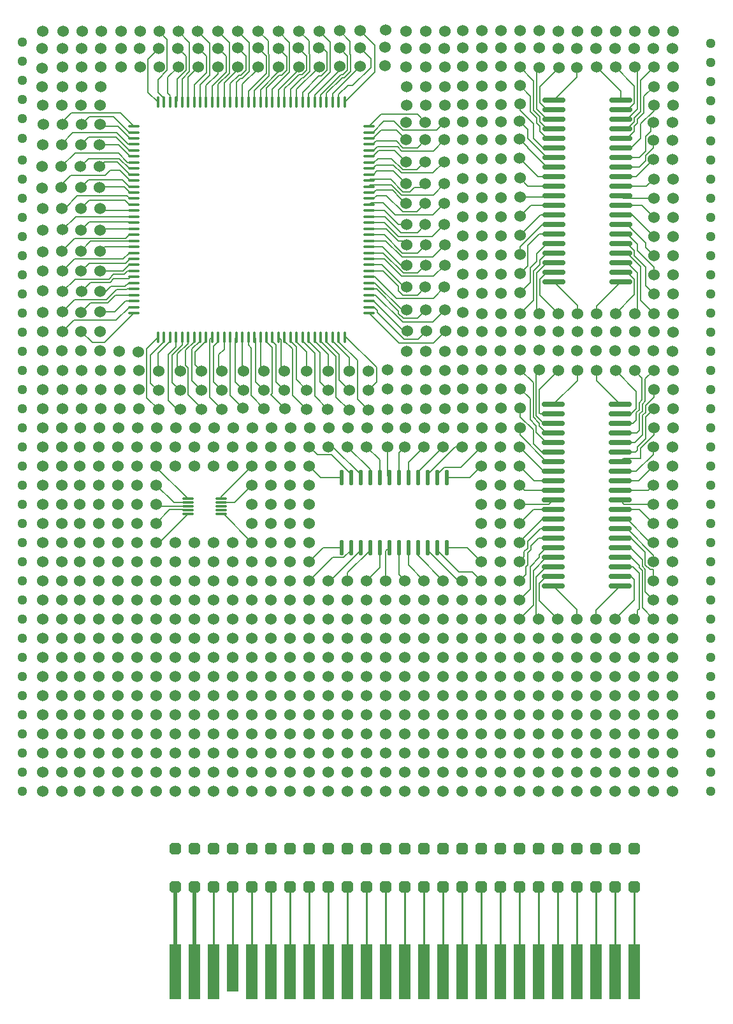
<source format=gbr>
%TF.GenerationSoftware,KiCad,Pcbnew,(6.0.0)*%
%TF.CreationDate,2022-08-25T16:51:24-03:00*%
%TF.ProjectId,BlankMSXCartHSH,426c616e-6b4d-4535-9843-617274485348,rev?*%
%TF.SameCoordinates,Original*%
%TF.FileFunction,Copper,L1,Top*%
%TF.FilePolarity,Positive*%
%FSLAX46Y46*%
G04 Gerber Fmt 4.6, Leading zero omitted, Abs format (unit mm)*
G04 Created by KiCad (PCBNEW (6.0.0)) date 2022-08-25 16:51:24*
%MOMM*%
%LPD*%
G01*
G04 APERTURE LIST*
G04 Aperture macros list*
%AMRoundRect*
0 Rectangle with rounded corners*
0 $1 Rounding radius*
0 $2 $3 $4 $5 $6 $7 $8 $9 X,Y pos of 4 corners*
0 Add a 4 corners polygon primitive as box body*
4,1,4,$2,$3,$4,$5,$6,$7,$8,$9,$2,$3,0*
0 Add four circle primitives for the rounded corners*
1,1,$1+$1,$2,$3*
1,1,$1+$1,$4,$5*
1,1,$1+$1,$6,$7*
1,1,$1+$1,$8,$9*
0 Add four rect primitives between the rounded corners*
20,1,$1+$1,$2,$3,$4,$5,0*
20,1,$1+$1,$4,$5,$6,$7,0*
20,1,$1+$1,$6,$7,$8,$9,0*
20,1,$1+$1,$8,$9,$2,$3,0*%
%AMOutline5P*
0 Free polygon, 5 corners , with rotation*
0 The origin of the aperture is its center*
0 number of corners: always 5*
0 $1 to $10 corner X, Y*
0 $11 Rotation angle, in degrees counterclockwise*
0 create outline with 5 corners*
4,1,5,$1,$2,$3,$4,$5,$6,$7,$8,$9,$10,$1,$2,$11*%
%AMOutline6P*
0 Free polygon, 6 corners , with rotation*
0 The origin of the aperture is its center*
0 number of corners: always 6*
0 $1 to $12 corner X, Y*
0 $13 Rotation angle, in degrees counterclockwise*
0 create outline with 6 corners*
4,1,6,$1,$2,$3,$4,$5,$6,$7,$8,$9,$10,$11,$12,$1,$2,$13*%
%AMOutline7P*
0 Free polygon, 7 corners , with rotation*
0 The origin of the aperture is its center*
0 number of corners: always 7*
0 $1 to $14 corner X, Y*
0 $15 Rotation angle, in degrees counterclockwise*
0 create outline with 7 corners*
4,1,7,$1,$2,$3,$4,$5,$6,$7,$8,$9,$10,$11,$12,$13,$14,$1,$2,$15*%
%AMOutline8P*
0 Free polygon, 8 corners , with rotation*
0 The origin of the aperture is its center*
0 number of corners: always 8*
0 $1 to $16 corner X, Y*
0 $17 Rotation angle, in degrees counterclockwise*
0 create outline with 8 corners*
4,1,8,$1,$2,$3,$4,$5,$6,$7,$8,$9,$10,$11,$12,$13,$14,$15,$16,$1,$2,$17*%
G04 Aperture macros list end*
%TA.AperFunction,SMDPad,CuDef*%
%ADD10RoundRect,0.137500X0.137500X-0.862500X0.137500X0.862500X-0.137500X0.862500X-0.137500X-0.862500X0*%
%TD*%
%TA.AperFunction,SMDPad,CuDef*%
%ADD11RoundRect,0.075000X0.650000X0.075000X-0.650000X0.075000X-0.650000X-0.075000X0.650000X-0.075000X0*%
%TD*%
%TA.AperFunction,SMDPad,CuDef*%
%ADD12RoundRect,0.150000X-1.374000X-0.150000X1.374000X-0.150000X1.374000X0.150000X-1.374000X0.150000X0*%
%TD*%
%TA.AperFunction,SMDPad,CuDef*%
%ADD13O,0.350000X1.600000*%
%TD*%
%TA.AperFunction,SMDPad,CuDef*%
%ADD14O,1.600000X0.350000*%
%TD*%
%TA.AperFunction,SMDPad,CuDef*%
%ADD15R,1.524000X7.366000*%
%TD*%
%TA.AperFunction,SMDPad,CuDef*%
%ADD16R,1.524000X6.350000*%
%TD*%
%TA.AperFunction,ComponentPad*%
%ADD17Outline8P,-0.800100X0.400050X-0.400050X0.800100X0.400050X0.800100X0.800100X0.400050X0.800100X-0.400050X0.400050X-0.800100X-0.400050X-0.800100X-0.800100X-0.400050X0.000000*%
%TD*%
%TA.AperFunction,ViaPad*%
%ADD18C,1.524000*%
%TD*%
%TA.AperFunction,ViaPad*%
%ADD19C,1.295400*%
%TD*%
%TA.AperFunction,Conductor*%
%ADD20C,0.210000*%
%TD*%
%TA.AperFunction,Conductor*%
%ADD21C,0.220000*%
%TD*%
%TA.AperFunction,Conductor*%
%ADD22C,0.508000*%
%TD*%
%TA.AperFunction,Conductor*%
%ADD23C,0.254000*%
%TD*%
G04 APERTURE END LIST*
D10*
%TO.P,U5,1,GND*%
%TO.N,unconnected-(U5-Pad1)*%
X101295000Y-122170000D03*
%TO.P,U5,2,RIN*%
%TO.N,unconnected-(U5-Pad2)*%
X102565000Y-122170000D03*
%TO.P,U5,3,GIN*%
%TO.N,unconnected-(U5-Pad3)*%
X103835000Y-122170000D03*
%TO.P,U5,4,BIN*%
%TO.N,unconnected-(U5-Pad4)*%
X105105000Y-122170000D03*
%TO.P,U5,5,NC*%
%TO.N,unconnected-(U5-Pad5)*%
X106375000Y-122170000D03*
%TO.P,U5,6,SCIN*%
%TO.N,unconnected-(U5-Pad6)*%
X107645000Y-122170000D03*
%TO.P,U5,7,NPIN*%
%TO.N,unconnected-(U5-Pad7)*%
X108915000Y-122170000D03*
%TO.P,U5,8,BFOUT*%
%TO.N,unconnected-(U5-Pad8)*%
X110185000Y-122170000D03*
%TO.P,U5,9,NC*%
%TO.N,unconnected-(U5-Pad9)*%
X111455000Y-122170000D03*
%TO.P,U5,10,SYNCIN*%
%TO.N,unconnected-(U5-Pad10)*%
X112725000Y-122170000D03*
%TO.P,U5,11,NC*%
%TO.N,unconnected-(U5-Pad11)*%
X113995000Y-122170000D03*
%TO.P,U5,12,VCC*%
%TO.N,unconnected-(U5-Pad12)*%
X115265000Y-122170000D03*
%TO.P,U5,13,NC*%
%TO.N,unconnected-(U5-Pad13)*%
X115265000Y-112870000D03*
%TO.P,U5,14,NC*%
%TO.N,unconnected-(U5-Pad14)*%
X113995000Y-112870000D03*
%TO.P,U5,15,COUT*%
%TO.N,unconnected-(U5-Pad15)*%
X112725000Y-112870000D03*
%TO.P,U5,16,YOUT*%
%TO.N,unconnected-(U5-Pad16)*%
X111455000Y-112870000D03*
%TO.P,U5,17,YTRAP*%
%TO.N,unconnected-(U5-Pad17)*%
X110185000Y-112870000D03*
%TO.P,U5,18,NC*%
%TO.N,unconnected-(U5-Pad18)*%
X108915000Y-112870000D03*
%TO.P,U5,19,VCC*%
%TO.N,unconnected-(U5-Pad19)*%
X107645000Y-112870000D03*
%TO.P,U5,20,CVOUT*%
%TO.N,unconnected-(U5-Pad20)*%
X106375000Y-112870000D03*
%TO.P,U5,21,BOUT*%
%TO.N,unconnected-(U5-Pad21)*%
X105105000Y-112870000D03*
%TO.P,U5,22,GOUT*%
%TO.N,unconnected-(U5-Pad22)*%
X103835000Y-112870000D03*
%TO.P,U5,23,ROUT*%
%TO.N,unconnected-(U5-Pad23)*%
X102565000Y-112870000D03*
%TO.P,U5,24,GND*%
%TO.N,unconnected-(U5-Pad24)*%
X101295000Y-112870000D03*
%TD*%
D11*
%TO.P,U4,1,REXT*%
%TO.N,unconnected-(U4-Pad1)*%
X85280000Y-117700000D03*
%TO.P,U4,2*%
%TO.N,N/C*%
X85280000Y-117200000D03*
%TO.P,U4,3*%
X85280000Y-116700000D03*
%TO.P,U4,4,VIN*%
%TO.N,unconnected-(U4-Pad4)*%
X85280000Y-116200000D03*
%TO.P,U4,5,~{HD}*%
%TO.N,unconnected-(U4-Pad5)*%
X85280000Y-115700000D03*
%TO.P,U4,6,HSOUT*%
%TO.N,unconnected-(U4-Pad6)*%
X80880000Y-115700000D03*
%TO.P,U4,7,VSOUT*%
%TO.N,unconnected-(U4-Pad7)*%
X80880000Y-116200000D03*
%TO.P,U4,8,CSOUT*%
%TO.N,unconnected-(U4-Pad8)*%
X80880000Y-116700000D03*
%TO.P,U4,9,BPOUT*%
%TO.N,unconnected-(U4-Pad9)*%
X80880000Y-117200000D03*
%TO.P,U4,10,OEOUT*%
%TO.N,unconnected-(U4-Pad10)*%
X80880000Y-117700000D03*
%TD*%
D12*
%TO.P,U3,28,N/C*%
%TO.N,unconnected-(U3-Pad28)*%
X138315000Y-118415000D03*
%TO.P,U3,27,~{CAS}*%
%TO.N,unconnected-(U3-Pad27)*%
X138315000Y-119685000D03*
%TO.P,U3,14,~{RAS}*%
%TO.N,unconnected-(U3-Pad14)*%
X129425000Y-119685000D03*
%TO.P,U3,8,W0/DQ0*%
%TO.N,unconnected-(U3-Pad8)*%
X129425000Y-112065000D03*
%TO.P,U3,6,SDQ3*%
%TO.N,unconnected-(U3-Pad6)*%
X129425000Y-109525000D03*
%TO.P,U3,21,VSS*%
%TO.N,unconnected-(U3-Pad21)*%
X138315000Y-127305000D03*
%TO.P,U3,1,VCC*%
%TO.N,unconnected-(U3-Pad1)*%
X129425000Y-103175000D03*
%TO.P,U3,2,SC*%
%TO.N,unconnected-(U3-Pad2)*%
X129425000Y-104445000D03*
%TO.P,U3,3,SDQ0*%
%TO.N,unconnected-(U3-Pad3)*%
X129425000Y-105715000D03*
%TO.P,U3,4,SDQ1*%
%TO.N,unconnected-(U3-Pad4)*%
X129425000Y-106985000D03*
%TO.P,U3,5,SDQ2*%
%TO.N,unconnected-(U3-Pad5)*%
X129425000Y-108255000D03*
%TO.P,U3,9,W1/DQ1*%
%TO.N,unconnected-(U3-Pad9)*%
X129425000Y-113335000D03*
%TO.P,U3,10,W2/DQ2*%
%TO.N,unconnected-(U3-Pad10)*%
X129425000Y-114605000D03*
%TO.P,U3,11,W3/DQ3*%
%TO.N,unconnected-(U3-Pad11)*%
X129425000Y-115875000D03*
%TO.P,U3,12,~{WB}/~{WE}*%
%TO.N,unconnected-(U3-Pad12)*%
X129425000Y-117145000D03*
%TO.P,U3,13,VSS*%
%TO.N,unconnected-(U3-Pad13)*%
X129425000Y-118415000D03*
%TO.P,U3,22,A3*%
%TO.N,unconnected-(U3-Pad22)*%
X138315000Y-126035000D03*
%TO.P,U3,23,A2*%
%TO.N,unconnected-(U3-Pad23)*%
X138315000Y-124765000D03*
%TO.P,U3,24,A1*%
%TO.N,unconnected-(U3-Pad24)*%
X138315000Y-123495000D03*
%TO.P,U3,25,A0*%
%TO.N,unconnected-(U3-Pad25)*%
X138315000Y-122225000D03*
%TO.P,U3,26,QSF*%
%TO.N,unconnected-(U3-Pad26)*%
X138315000Y-120955000D03*
%TO.P,U3,7,~{DT}/~{OE}*%
%TO.N,unconnected-(U3-Pad7)*%
X129425000Y-110795000D03*
%TO.P,U3,15,A8*%
%TO.N,unconnected-(U3-Pad15)*%
X129425000Y-120955000D03*
%TO.P,U3,16,A7*%
%TO.N,unconnected-(U3-Pad16)*%
X129425000Y-122225000D03*
%TO.P,U3,17,A6*%
%TO.N,unconnected-(U3-Pad17)*%
X129425000Y-123495000D03*
%TO.P,U3,18,A5*%
%TO.N,unconnected-(U3-Pad18)*%
X129425000Y-124765000D03*
%TO.P,U3,19,A4*%
%TO.N,unconnected-(U3-Pad19)*%
X129425000Y-126035000D03*
%TO.P,U3,20,VCC*%
%TO.N,unconnected-(U3-Pad20)*%
X129425000Y-127305000D03*
%TO.P,U3,36,SDQ4*%
%TO.N,unconnected-(U3-Pad36)*%
X138315000Y-108255000D03*
%TO.P,U3,35,~{SE}*%
%TO.N,unconnected-(U3-Pad35)*%
X138315000Y-109525000D03*
%TO.P,U3,29,DSF*%
%TO.N,unconnected-(U3-Pad29)*%
X138315000Y-117145000D03*
%TO.P,U3,30,VSS*%
%TO.N,unconnected-(U3-Pad30)*%
X138315000Y-115875000D03*
%TO.P,U3,31,W4/DQ4*%
%TO.N,unconnected-(U3-Pad31)*%
X138315000Y-114605000D03*
%TO.P,U3,32,W5/DQ5*%
%TO.N,unconnected-(U3-Pad32)*%
X138315000Y-113335000D03*
%TO.P,U3,33,W6/DQ6*%
%TO.N,unconnected-(U3-Pad33)*%
X138315000Y-112065000D03*
%TO.P,U3,34,W7/DQ7*%
%TO.N,unconnected-(U3-Pad34)*%
X138315000Y-110795000D03*
%TO.P,U3,37,SDQ5*%
%TO.N,unconnected-(U3-Pad37)*%
X138315000Y-106985000D03*
%TO.P,U3,38,SDQ6*%
%TO.N,unconnected-(U3-Pad38)*%
X138315000Y-105715000D03*
%TO.P,U3,40,VSS*%
%TO.N,unconnected-(U3-Pad40)*%
X138315000Y-103175000D03*
%TO.P,U3,39,SDQ7*%
%TO.N,unconnected-(U3-Pad39)*%
X138315000Y-104445000D03*
%TD*%
%TO.P,U2,39,SDQ7*%
%TO.N,unconnected-(U2-Pad39)*%
X138385000Y-64045000D03*
%TO.P,U2,40,VSS*%
%TO.N,unconnected-(U2-Pad40)*%
X138385000Y-62775000D03*
%TO.P,U2,38,SDQ6*%
%TO.N,unconnected-(U2-Pad38)*%
X138385000Y-65315000D03*
%TO.P,U2,37,SDQ5*%
%TO.N,unconnected-(U2-Pad37)*%
X138385000Y-66585000D03*
%TO.P,U2,34,W7/DQ7*%
%TO.N,unconnected-(U2-Pad34)*%
X138385000Y-70395000D03*
%TO.P,U2,33,W6/DQ6*%
%TO.N,unconnected-(U2-Pad33)*%
X138385000Y-71665000D03*
%TO.P,U2,32,W5/DQ5*%
%TO.N,unconnected-(U2-Pad32)*%
X138385000Y-72935000D03*
%TO.P,U2,31,W4/DQ4*%
%TO.N,unconnected-(U2-Pad31)*%
X138385000Y-74205000D03*
%TO.P,U2,30,VSS*%
%TO.N,unconnected-(U2-Pad30)*%
X138385000Y-75475000D03*
%TO.P,U2,29,DSF*%
%TO.N,unconnected-(U2-Pad29)*%
X138385000Y-76745000D03*
%TO.P,U2,35,~{SE}*%
%TO.N,unconnected-(U2-Pad35)*%
X138385000Y-69125000D03*
%TO.P,U2,36,SDQ4*%
%TO.N,unconnected-(U2-Pad36)*%
X138385000Y-67855000D03*
%TO.P,U2,20,VCC*%
%TO.N,unconnected-(U2-Pad20)*%
X129495000Y-86905000D03*
%TO.P,U2,19,A4*%
%TO.N,unconnected-(U2-Pad19)*%
X129495000Y-85635000D03*
%TO.P,U2,18,A5*%
%TO.N,unconnected-(U2-Pad18)*%
X129495000Y-84365000D03*
%TO.P,U2,17,A6*%
%TO.N,unconnected-(U2-Pad17)*%
X129495000Y-83095000D03*
%TO.P,U2,16,A7*%
%TO.N,unconnected-(U2-Pad16)*%
X129495000Y-81825000D03*
%TO.P,U2,15,A8*%
%TO.N,unconnected-(U2-Pad15)*%
X129495000Y-80555000D03*
%TO.P,U2,7,~{DT}/~{OE}*%
%TO.N,unconnected-(U2-Pad7)*%
X129495000Y-70395000D03*
%TO.P,U2,26,QSF*%
%TO.N,unconnected-(U2-Pad26)*%
X138385000Y-80555000D03*
%TO.P,U2,25,A0*%
%TO.N,unconnected-(U2-Pad25)*%
X138385000Y-81825000D03*
%TO.P,U2,24,A1*%
%TO.N,unconnected-(U2-Pad24)*%
X138385000Y-83095000D03*
%TO.P,U2,23,A2*%
%TO.N,unconnected-(U2-Pad23)*%
X138385000Y-84365000D03*
%TO.P,U2,22,A3*%
%TO.N,unconnected-(U2-Pad22)*%
X138385000Y-85635000D03*
%TO.P,U2,13,VSS*%
%TO.N,unconnected-(U2-Pad13)*%
X129495000Y-78015000D03*
%TO.P,U2,12,~{WB}/~{WE}*%
%TO.N,unconnected-(U2-Pad12)*%
X129495000Y-76745000D03*
%TO.P,U2,11,W3/DQ3*%
%TO.N,unconnected-(U2-Pad11)*%
X129495000Y-75475000D03*
%TO.P,U2,10,W2/DQ2*%
%TO.N,unconnected-(U2-Pad10)*%
X129495000Y-74205000D03*
%TO.P,U2,9,W1/DQ1*%
%TO.N,unconnected-(U2-Pad9)*%
X129495000Y-72935000D03*
%TO.P,U2,5,SDQ2*%
%TO.N,unconnected-(U2-Pad5)*%
X129495000Y-67855000D03*
%TO.P,U2,4,SDQ1*%
%TO.N,unconnected-(U2-Pad4)*%
X129495000Y-66585000D03*
%TO.P,U2,3,SDQ0*%
%TO.N,unconnected-(U2-Pad3)*%
X129495000Y-65315000D03*
%TO.P,U2,2,SC*%
%TO.N,unconnected-(U2-Pad2)*%
X129495000Y-64045000D03*
%TO.P,U2,1,VCC*%
%TO.N,unconnected-(U2-Pad1)*%
X129495000Y-62775000D03*
%TO.P,U2,21,VSS*%
%TO.N,unconnected-(U2-Pad21)*%
X138385000Y-86905000D03*
%TO.P,U2,6,SDQ3*%
%TO.N,unconnected-(U2-Pad6)*%
X129495000Y-69125000D03*
%TO.P,U2,8,W0/DQ0*%
%TO.N,unconnected-(U2-Pad8)*%
X129495000Y-71665000D03*
%TO.P,U2,14,~{RAS}*%
%TO.N,unconnected-(U2-Pad14)*%
X129495000Y-79285000D03*
%TO.P,U2,27,~{CAS}*%
%TO.N,unconnected-(U2-Pad27)*%
X138385000Y-79285000D03*
%TO.P,U2,28,N/C*%
%TO.N,unconnected-(U2-Pad28)*%
X138385000Y-78015000D03*
%TD*%
D13*
%TO.P,U1,128,~{WAIT}*%
%TO.N,unconnected-(U1-Pad128)*%
X76930000Y-63050000D03*
%TO.P,U1,127,~{INT1}*%
%TO.N,unconnected-(U1-Pad127)*%
X77730000Y-63050000D03*
%TO.P,U1,126,~{INT0}*%
%TO.N,unconnected-(U1-Pad126)*%
X78530000Y-63050000D03*
%TO.P,U1,125,~{DREQ}*%
%TO.N,unconnected-(U1-Pad125)*%
X79330000Y-63050000D03*
%TO.P,U1,124,~{VMREQ}*%
%TO.N,unconnected-(U1-Pad124)*%
X80130000Y-63050000D03*
%TO.P,U1,123,VCC*%
%TO.N,unconnected-(U1-Pad123)*%
X80930000Y-63050000D03*
%TO.P,U1,122,CD7*%
%TO.N,unconnected-(U1-Pad122)*%
X81730000Y-63050000D03*
%TO.P,U1,121,CD6*%
%TO.N,unconnected-(U1-Pad121)*%
X82530000Y-63050000D03*
%TO.P,U1,120,CD5*%
%TO.N,unconnected-(U1-Pad120)*%
X83330000Y-63050000D03*
%TO.P,U1,119,CD4*%
%TO.N,unconnected-(U1-Pad119)*%
X84130000Y-63050000D03*
%TO.P,U1,118,GND*%
%TO.N,unconnected-(U1-Pad118)*%
X84930000Y-63050000D03*
%TO.P,U1,117,CD3*%
%TO.N,unconnected-(U1-Pad117)*%
X85730000Y-63050000D03*
%TO.P,U1,116,CD2*%
%TO.N,unconnected-(U1-Pad116)*%
X86530000Y-63050000D03*
%TO.P,U1,115,CD1*%
%TO.N,unconnected-(U1-Pad115)*%
X87330000Y-63050000D03*
%TO.P,U1,114,CD0*%
%TO.N,unconnected-(U1-Pad114)*%
X88130000Y-63050000D03*
%TO.P,U1,113,MCKIN*%
%TO.N,unconnected-(U1-Pad113)*%
X88930000Y-63050000D03*
%TO.P,U1,112,DLCLK*%
%TO.N,unconnected-(U1-Pad112)*%
X89730000Y-63050000D03*
%TO.P,U1,111,DHCLK*%
%TO.N,unconnected-(U1-Pad111)*%
X90530000Y-63050000D03*
%TO.P,U1,110,~{RESET}*%
%TO.N,unconnected-(U1-Pad110)*%
X91330000Y-63050000D03*
%TO.P,U1,109,CB7*%
%TO.N,unconnected-(U1-Pad109)*%
X92130000Y-63050000D03*
%TO.P,U1,108,FSC/CB6*%
%TO.N,unconnected-(U1-Pad108)*%
X92930000Y-63050000D03*
%TO.P,U1,107,GND*%
%TO.N,unconnected-(U1-Pad107)*%
X93730000Y-63050000D03*
%TO.P,U1,106,~{VRESET}/CB5*%
%TO.N,unconnected-(U1-Pad106)*%
X94530000Y-63050000D03*
%TO.P,U1,105,~{HRESET}/CB4*%
%TO.N,unconnected-(U1-Pad105)*%
X95330000Y-63050000D03*
%TO.P,U1,104,SHCK*%
%TO.N,unconnected-(U1-Pad104)*%
X96130000Y-63050000D03*
%TO.P,U1,103,~{BLANK}/M*%
%TO.N,unconnected-(U1-Pad103)*%
X96930000Y-63050000D03*
%TO.P,U1,102,~{CSYNC}/FLM*%
%TO.N,unconnected-(U1-Pad102)*%
X97730000Y-63050000D03*
%TO.P,U1,101,~{HSYNC}/LC*%
%TO.N,unconnected-(U1-Pad101)*%
X98530000Y-63050000D03*
%TO.P,U1,100,GND*%
%TO.N,unconnected-(U1-Pad100)*%
X99330000Y-63050000D03*
%TO.P,U1,99,XTAL2*%
%TO.N,unconnected-(U1-Pad99)*%
X100130000Y-63050000D03*
%TO.P,U1,98,XTAL1*%
%TO.N,unconnected-(U1-Pad98)*%
X100930000Y-63050000D03*
%TO.P,U1,97,VCC*%
%TO.N,unconnected-(U1-Pad97)*%
X101730000Y-63050000D03*
D14*
%TO.P,U1,96,AVCC*%
%TO.N,unconnected-(U1-Pad96)*%
X104930000Y-66250000D03*
%TO.P,U1,95,B/D31/CB1*%
%TO.N,unconnected-(U1-Pad95)*%
X104930000Y-67050000D03*
%TO.P,U1,94,G/D2/CB2*%
%TO.N,unconnected-(U1-Pad94)*%
X104930000Y-67850000D03*
%TO.P,U1,93,R/D3/CB3*%
%TO.N,unconnected-(U1-Pad93)*%
X104930000Y-68650000D03*
%TO.P,U1,92,AGND*%
%TO.N,unconnected-(U1-Pad92)*%
X104930000Y-69450000D03*
%TO.P,U1,91,~{YS}/D0/CB0*%
%TO.N,unconnected-(U1-Pad91)*%
X104930000Y-70250000D03*
%TO.P,U1,90,V1D7*%
%TO.N,unconnected-(U1-Pad90)*%
X104930000Y-71050000D03*
%TO.P,U1,89,V1D6*%
%TO.N,unconnected-(U1-Pad89)*%
X104930000Y-71850000D03*
%TO.P,U1,88,V1D5*%
%TO.N,unconnected-(U1-Pad88)*%
X104930000Y-72650000D03*
%TO.P,U1,87,V1D4*%
%TO.N,unconnected-(U1-Pad87)*%
X104930000Y-73450000D03*
%TO.P,U1,86,GND*%
%TO.N,unconnected-(U1-Pad86)*%
X104930000Y-74250000D03*
%TO.P,U1,85,V1D3*%
%TO.N,unconnected-(U1-Pad85)*%
X104930000Y-75050000D03*
%TO.P,U1,84,V1D2*%
%TO.N,unconnected-(U1-Pad84)*%
X104930000Y-75850000D03*
%TO.P,U1,83,V1D1*%
%TO.N,unconnected-(U1-Pad83)*%
X104930000Y-76650000D03*
%TO.P,U1,82,V1D0*%
%TO.N,unconnected-(U1-Pad82)*%
X104930000Y-77450000D03*
%TO.P,U1,81,VCC*%
%TO.N,unconnected-(U1-Pad81)*%
X104930000Y-78250000D03*
%TO.P,U1,80,V1A0*%
%TO.N,unconnected-(U1-Pad80)*%
X104930000Y-79050000D03*
%TO.P,U1,79,V1A1*%
%TO.N,unconnected-(U1-Pad79)*%
X104930000Y-79850000D03*
%TO.P,U1,78,V1A2*%
%TO.N,unconnected-(U1-Pad78)*%
X104930000Y-80650000D03*
%TO.P,U1,77,V1A3*%
%TO.N,unconnected-(U1-Pad77)*%
X104930000Y-81450000D03*
%TO.P,U1,76,V1A4*%
%TO.N,unconnected-(U1-Pad76)*%
X104930000Y-82250000D03*
%TO.P,U1,75,GND*%
%TO.N,unconnected-(U1-Pad75)*%
X104930000Y-83050000D03*
%TO.P,U1,74,V1A5*%
%TO.N,unconnected-(U1-Pad74)*%
X104930000Y-83850000D03*
%TO.P,U1,73,V1A6*%
%TO.N,unconnected-(U1-Pad73)*%
X104930000Y-84650000D03*
%TO.P,U1,72,V1A7*%
%TO.N,unconnected-(U1-Pad72)*%
X104930000Y-85450000D03*
%TO.P,U1,71,V1A8*%
%TO.N,unconnected-(U1-Pad71)*%
X104930000Y-86250000D03*
%TO.P,U1,70,ASEL*%
%TO.N,unconnected-(U1-Pad70)*%
X104930000Y-87050000D03*
%TO.P,U1,69,~{VMBG}*%
%TO.N,unconnected-(U1-Pad69)*%
X104930000Y-87850000D03*
%TO.P,U1,68,~{V1SOE}*%
%TO.N,unconnected-(U1-Pad68)*%
X104930000Y-88650000D03*
%TO.P,U1,67,V1SC*%
%TO.N,unconnected-(U1-Pad67)*%
X104930000Y-89450000D03*
%TO.P,U1,66,~{V1TR}/~{OE}*%
%TO.N,unconnected-(U1-Pad66)*%
X104930000Y-90250000D03*
%TO.P,U1,65,~{V1WE}*%
%TO.N,unconnected-(U1-Pad65)*%
X104930000Y-91050000D03*
D13*
%TO.P,U1,64,GND*%
%TO.N,unconnected-(U1-Pad64)*%
X101730000Y-94250000D03*
%TO.P,U1,63,~{V1CAS}*%
%TO.N,unconnected-(U1-Pad63)*%
X100930000Y-94250000D03*
%TO.P,U1,62,~{V1RAS}*%
%TO.N,unconnected-(U1-Pad62)*%
X100130000Y-94250000D03*
%TO.P,U1,61,V1S0*%
%TO.N,unconnected-(U1-Pad61)*%
X99330000Y-94250000D03*
%TO.P,U1,60,V1S1*%
%TO.N,unconnected-(U1-Pad60)*%
X98530000Y-94250000D03*
%TO.P,U1,59,V1S2*%
%TO.N,unconnected-(U1-Pad59)*%
X97730000Y-94250000D03*
%TO.P,U1,58,V1S3*%
%TO.N,unconnected-(U1-Pad58)*%
X96930000Y-94250000D03*
%TO.P,U1,57,V1S4*%
%TO.N,unconnected-(U1-Pad57)*%
X96130000Y-94250000D03*
%TO.P,U1,56,V1S5*%
%TO.N,unconnected-(U1-Pad56)*%
X95330000Y-94250000D03*
%TO.P,U1,55,V1S6*%
%TO.N,unconnected-(U1-Pad55)*%
X94530000Y-94250000D03*
%TO.P,U1,54,V1S7*%
%TO.N,unconnected-(U1-Pad54)*%
X93730000Y-94250000D03*
%TO.P,U1,53,VCC*%
%TO.N,unconnected-(U1-Pad53)*%
X92930000Y-94250000D03*
%TO.P,U1,52,V0S0*%
%TO.N,unconnected-(U1-Pad52)*%
X92130000Y-94250000D03*
%TO.P,U1,51,V0S1*%
%TO.N,unconnected-(U1-Pad51)*%
X91330000Y-94250000D03*
%TO.P,U1,50,V0S2*%
%TO.N,unconnected-(U1-Pad50)*%
X90530000Y-94250000D03*
%TO.P,U1,49,V0S3*%
%TO.N,unconnected-(U1-Pad49)*%
X89730000Y-94250000D03*
%TO.P,U1,48,V0S4*%
%TO.N,unconnected-(U1-Pad48)*%
X88930000Y-94250000D03*
%TO.P,U1,47,V0S5*%
%TO.N,unconnected-(U1-Pad47)*%
X88130000Y-94250000D03*
%TO.P,U1,46,V0S6*%
%TO.N,unconnected-(U1-Pad46)*%
X87330000Y-94250000D03*
%TO.P,U1,45,V0S7*%
%TO.N,unconnected-(U1-Pad45)*%
X86530000Y-94250000D03*
%TO.P,U1,44,GND*%
%TO.N,unconnected-(U1-Pad44)*%
X85730000Y-94250000D03*
%TO.P,U1,43,~{V0SOE}*%
%TO.N,unconnected-(U1-Pad43)*%
X84930000Y-94250000D03*
%TO.P,U1,42,V0SC*%
%TO.N,unconnected-(U1-Pad42)*%
X84130000Y-94250000D03*
%TO.P,U1,41,~{V0TR}/~{OE}*%
%TO.N,unconnected-(U1-Pad41)*%
X83330000Y-94250000D03*
%TO.P,U1,40,~{V0WE}*%
%TO.N,unconnected-(U1-Pad40)*%
X82530000Y-94250000D03*
%TO.P,U1,39,~{V0CAS}*%
%TO.N,unconnected-(U1-Pad39)*%
X81730000Y-94250000D03*
%TO.P,U1,38,~{V0RAS}*%
%TO.N,unconnected-(U1-Pad38)*%
X80930000Y-94250000D03*
%TO.P,U1,37,~{KOE}*%
%TO.N,unconnected-(U1-Pad37)*%
X80130000Y-94250000D03*
%TO.P,U1,36,V0D0/DK0*%
%TO.N,unconnected-(U1-Pad36)*%
X79330000Y-94250000D03*
%TO.P,U1,35,V0D1/DK1*%
%TO.N,unconnected-(U1-Pad35)*%
X78530000Y-94250000D03*
%TO.P,U1,34,V0D2/DK2*%
%TO.N,unconnected-(U1-Pad34)*%
X77730000Y-94250000D03*
%TO.P,U1,33,V0D3/DK3*%
%TO.N,unconnected-(U1-Pad33)*%
X76930000Y-94250000D03*
D14*
%TO.P,U1,32,GND*%
%TO.N,unconnected-(U1-Pad32)*%
X73730000Y-91050000D03*
%TO.P,U1,31,V0D4/DK4*%
%TO.N,unconnected-(U1-Pad31)*%
X73730000Y-90250000D03*
%TO.P,U1,30,V0D5/DK5*%
%TO.N,unconnected-(U1-Pad30)*%
X73730000Y-89450000D03*
%TO.P,U1,29,V0D6/DK6*%
%TO.N,unconnected-(U1-Pad29)*%
X73730000Y-88650000D03*
%TO.P,U1,28,V0D7/DK7*%
%TO.N,unconnected-(U1-Pad28)*%
X73730000Y-87850000D03*
%TO.P,U1,27,VCC*%
%TO.N,unconnected-(U1-Pad27)*%
X73730000Y-87050000D03*
%TO.P,U1,26,V0A0/KA0*%
%TO.N,unconnected-(U1-Pad26)*%
X73730000Y-86250000D03*
%TO.P,U1,25,V0A1/KA1*%
%TO.N,unconnected-(U1-Pad25)*%
X73730000Y-85450000D03*
%TO.P,U1,24,V0A2/KA2*%
%TO.N,unconnected-(U1-Pad24)*%
X73730000Y-84650000D03*
%TO.P,U1,23,V0A3/KA3*%
%TO.N,unconnected-(U1-Pad23)*%
X73730000Y-83850000D03*
%TO.P,U1,22,V0A4/KA4*%
%TO.N,unconnected-(U1-Pad22)*%
X73730000Y-83050000D03*
%TO.P,U1,21,V0A5/KA5*%
%TO.N,unconnected-(U1-Pad21)*%
X73730000Y-82250000D03*
%TO.P,U1,20,V0A6/KA6*%
%TO.N,unconnected-(U1-Pad20)*%
X73730000Y-81450000D03*
%TO.P,U1,19,V0A7/KA7*%
%TO.N,unconnected-(U1-Pad19)*%
X73730000Y-80650000D03*
%TO.P,U1,18,V0A8/KA8*%
%TO.N,unconnected-(U1-Pad18)*%
X73730000Y-79850000D03*
%TO.P,U1,17,GND*%
%TO.N,unconnected-(U1-Pad17)*%
X73730000Y-79050000D03*
%TO.P,U1,16,KA9*%
%TO.N,unconnected-(U1-Pad16)*%
X73730000Y-78250000D03*
%TO.P,U1,15,KA10*%
%TO.N,unconnected-(U1-Pad15)*%
X73730000Y-77450000D03*
%TO.P,U1,14,KA11*%
%TO.N,unconnected-(U1-Pad14)*%
X73730000Y-76650000D03*
%TO.P,U1,13,KA12*%
%TO.N,unconnected-(U1-Pad13)*%
X73730000Y-75850000D03*
%TO.P,U1,12,KA13*%
%TO.N,unconnected-(U1-Pad12)*%
X73730000Y-75050000D03*
%TO.P,U1,11,KA14*%
%TO.N,unconnected-(U1-Pad11)*%
X73730000Y-74250000D03*
%TO.P,U1,10,KA15*%
%TO.N,unconnected-(U1-Pad10)*%
X73730000Y-73450000D03*
%TO.P,U1,9,KA16*%
%TO.N,unconnected-(U1-Pad9)*%
X73730000Y-72650000D03*
%TO.P,U1,8,KA17*%
%TO.N,unconnected-(U1-Pad8)*%
X73730000Y-71850000D03*
%TO.P,U1,7,MODE3*%
%TO.N,unconnected-(U1-Pad7)*%
X73730000Y-71050000D03*
%TO.P,U1,6,MODE2*%
%TO.N,unconnected-(U1-Pad6)*%
X73730000Y-70250000D03*
%TO.P,U1,5,MODE1*%
%TO.N,unconnected-(U1-Pad5)*%
X73730000Y-69450000D03*
%TO.P,U1,4,MODE0*%
%TO.N,unconnected-(U1-Pad4)*%
X73730000Y-68650000D03*
%TO.P,U1,3,~{CSR}*%
%TO.N,unconnected-(U1-Pad3)*%
X73730000Y-67850000D03*
%TO.P,U1,2,~{CSW}*%
%TO.N,unconnected-(U1-Pad2)*%
X73730000Y-67050000D03*
%TO.P,U1,1,GND*%
%TO.N,unconnected-(U1-Pad1)*%
X73730000Y-66250000D03*
%TD*%
D15*
%TO.P,CN1,2*%
%TO.N,N$1*%
X140190000Y-178533000D03*
%TO.P,CN1,4*%
%TO.N,N$2*%
X137650000Y-178533000D03*
%TO.P,CN1,6*%
%TO.N,N$4*%
X135110000Y-178533000D03*
%TO.P,CN1,8*%
%TO.N,N$6*%
X132570000Y-178533000D03*
%TO.P,CN1,10*%
%TO.N,N$7*%
X130030000Y-178533000D03*
%TO.P,CN1,12*%
%TO.N,N$8*%
X127490000Y-178533000D03*
%TO.P,CN1,14*%
%TO.N,N$9*%
X124950000Y-178533000D03*
%TO.P,CN1,16*%
%TO.N,N$10*%
X122410000Y-178533000D03*
%TO.P,CN1,18*%
%TO.N,N$11*%
X119870000Y-178533000D03*
%TO.P,CN1,20*%
%TO.N,N$12*%
X117330000Y-178533000D03*
%TO.P,CN1,22*%
%TO.N,N$13*%
X114790000Y-178533000D03*
%TO.P,CN1,24*%
%TO.N,N$14*%
X112250000Y-178533000D03*
%TO.P,CN1,26*%
%TO.N,N$15*%
X109710000Y-178533000D03*
%TO.P,CN1,28*%
%TO.N,N$16*%
X107170000Y-178533000D03*
%TO.P,CN1,30*%
%TO.N,N$17*%
X104630000Y-178533000D03*
%TO.P,CN1,32*%
%TO.N,N$18*%
X102090000Y-178533000D03*
%TO.P,CN1,34*%
%TO.N,N$19*%
X99550000Y-178533000D03*
%TO.P,CN1,36*%
%TO.N,N$20*%
X97010000Y-178533000D03*
%TO.P,CN1,38*%
%TO.N,N$21*%
X94470000Y-178533000D03*
%TO.P,CN1,40*%
%TO.N,N$22*%
X91930000Y-178533000D03*
%TO.P,CN1,42*%
%TO.N,N$23*%
X89390000Y-178533000D03*
D16*
%TO.P,CN1,44*%
%TO.N,N$24*%
X86850000Y-178025000D03*
D15*
%TO.P,CN1,46*%
%TO.N,N$25*%
X84310000Y-178533000D03*
%TO.P,CN1,48*%
%TO.N,N$26*%
X81770000Y-178533000D03*
%TO.P,CN1,50*%
%TO.N,N$27*%
X79230000Y-178533000D03*
%TD*%
D17*
%TO.P,PAD1,1*%
%TO.N,N$1*%
X140190000Y-167230000D03*
%TD*%
%TO.P,PAD2,1*%
%TO.N,N$2*%
X137650000Y-167230000D03*
%TD*%
%TO.P,PAD3,1*%
%TO.N,N$4*%
X135110000Y-167230000D03*
%TD*%
%TO.P,PAD4,1*%
%TO.N,N$6*%
X132570000Y-167230000D03*
%TD*%
%TO.P,PAD5,1*%
%TO.N,N$7*%
X130030000Y-167230000D03*
%TD*%
%TO.P,PAD6,1*%
%TO.N,N$8*%
X127490000Y-167230000D03*
%TD*%
%TO.P,PAD7,1*%
%TO.N,N$9*%
X124950000Y-167230000D03*
%TD*%
%TO.P,PAD8,1*%
%TO.N,N$10*%
X122410000Y-167230000D03*
%TD*%
%TO.P,PAD9,1*%
%TO.N,N$11*%
X119870000Y-167230000D03*
%TD*%
%TO.P,PAD10,1*%
%TO.N,N$12*%
X117330000Y-167230000D03*
%TD*%
%TO.P,PAD11,1*%
%TO.N,N$13*%
X114790000Y-167230000D03*
%TD*%
%TO.P,PAD12,1*%
%TO.N,N$14*%
X112250000Y-167230000D03*
%TD*%
%TO.P,PAD13,1*%
%TO.N,N$15*%
X109710000Y-167230000D03*
%TD*%
%TO.P,PAD14,1*%
%TO.N,N$16*%
X107170000Y-167230000D03*
%TD*%
%TO.P,PAD15,1*%
%TO.N,N$17*%
X104630000Y-167230000D03*
%TD*%
%TO.P,PAD16,1*%
%TO.N,N$18*%
X102090000Y-167230000D03*
%TD*%
%TO.P,PAD17,1*%
%TO.N,N$19*%
X99550000Y-167230000D03*
%TD*%
%TO.P,PAD18,1*%
%TO.N,N$20*%
X97010000Y-167230000D03*
%TD*%
%TO.P,PAD19,1*%
%TO.N,N$21*%
X94470000Y-167230000D03*
%TD*%
%TO.P,PAD20,1*%
%TO.N,N$22*%
X91930000Y-167230000D03*
%TD*%
%TO.P,PAD21,1*%
%TO.N,N$23*%
X89390000Y-167230000D03*
%TD*%
%TO.P,PAD22,1*%
%TO.N,N$24*%
X86850000Y-167230000D03*
%TD*%
%TO.P,PAD23,1*%
%TO.N,N$25*%
X84310000Y-167230000D03*
%TD*%
%TO.P,PAD24,1*%
%TO.N,N$26*%
X81770000Y-167230000D03*
%TD*%
%TO.P,PAD25,1*%
%TO.N,N$27*%
X79230000Y-167230000D03*
%TD*%
%TO.P,PAD26,1*%
%TO.N,N$28*%
X140190000Y-162150000D03*
%TD*%
%TO.P,PAD27,1*%
%TO.N,N$29*%
X137650000Y-162150000D03*
%TD*%
%TO.P,PAD29,1*%
%TO.N,N$31*%
X132570000Y-162150000D03*
%TD*%
%TO.P,PAD30,1*%
%TO.N,N$32*%
X130030000Y-162150000D03*
%TD*%
%TO.P,PAD31,1*%
%TO.N,N$33*%
X127490000Y-162150000D03*
%TD*%
%TO.P,PAD32,1*%
%TO.N,N$34*%
X79230000Y-162150000D03*
%TD*%
%TO.P,PAD33,1*%
%TO.N,+5V*%
X81770000Y-162150000D03*
%TD*%
%TO.P,PAD34,1*%
%TO.N,+5V*%
X84310000Y-162150000D03*
%TD*%
%TO.P,PAD37,1*%
%TO.N,N$39*%
X91930000Y-162150000D03*
%TD*%
%TO.P,PAD38,1*%
%TO.N,N$40*%
X94470000Y-162150000D03*
%TD*%
%TO.P,PAD39,1*%
%TO.N,N$41*%
X97010000Y-162150000D03*
%TD*%
%TO.P,PAD40,1*%
%TO.N,N$42*%
X99550000Y-162150000D03*
%TD*%
%TO.P,PAD41,1*%
%TO.N,N$43*%
X102090000Y-162150000D03*
%TD*%
%TO.P,PAD42,1*%
%TO.N,N$44*%
X104630000Y-162150000D03*
%TD*%
%TO.P,PAD43,1*%
%TO.N,N$45*%
X107170000Y-162150000D03*
%TD*%
%TO.P,PAD44,1*%
%TO.N,N$46*%
X109710000Y-162150000D03*
%TD*%
%TO.P,PAD45,1*%
%TO.N,N$47*%
X112250000Y-162150000D03*
%TD*%
%TO.P,PAD46,1*%
%TO.N,N$48*%
X114790000Y-162150000D03*
%TD*%
%TO.P,PAD47,1*%
%TO.N,N$49*%
X117330000Y-162150000D03*
%TD*%
%TO.P,PAD48,1*%
%TO.N,N$302*%
X119870000Y-162150000D03*
%TD*%
%TO.P,PAD49,1*%
%TO.N,N$303*%
X122410000Y-162150000D03*
%TD*%
%TO.P,PAD50,1*%
%TO.N,N$304*%
X124950000Y-162150000D03*
%TD*%
%TO.P,PAD28,1*%
%TO.N,GND*%
X86850000Y-162150000D03*
%TD*%
%TO.P,PAD35,1*%
%TO.N,GND*%
X89390000Y-162150000D03*
%TD*%
%TO.P,PAD36,1*%
%TO.N,N$30*%
X135110000Y-162150000D03*
%TD*%
D18*
%TO.N,*%
X145240000Y-96160000D03*
X132570000Y-96080000D03*
X135110000Y-96080000D03*
X140190000Y-96080000D03*
X137650000Y-96080000D03*
X130080000Y-96080000D03*
X142730000Y-96080000D03*
X127550000Y-95990000D03*
X125010000Y-95990000D03*
X117360000Y-96070000D03*
X119900000Y-96070000D03*
X122440000Y-96070000D03*
X71760000Y-96100000D03*
X74330000Y-96220000D03*
D19*
%TO.N,+5V*%
X58940000Y-57610000D03*
X58940000Y-65230000D03*
X58940000Y-62690000D03*
X58940000Y-55070000D03*
X58940000Y-60150000D03*
%TO.N,GND*%
X150370000Y-57800000D03*
X150370000Y-65420000D03*
X150370000Y-55260000D03*
X150370000Y-62880000D03*
X150370000Y-60340000D03*
D18*
%TO.N,*%
X130150000Y-93500000D03*
X137720000Y-93500000D03*
X135180000Y-93500000D03*
X140260000Y-93500000D03*
X132640000Y-93500000D03*
X142800000Y-93500000D03*
X127620000Y-93410000D03*
X125080000Y-93410000D03*
%TO.N,unconnected-(U3-Pad3)*%
X127590000Y-98570000D03*
%TO.N,unconnected-(U3-Pad38)*%
X140230000Y-98660000D03*
%TO.N,unconnected-(U3-Pad39)*%
X137690000Y-98660000D03*
%TO.N,unconnected-(U3-Pad1)*%
X132610000Y-98660000D03*
%TO.N,unconnected-(U3-Pad40)*%
X135150000Y-98660000D03*
%TO.N,unconnected-(U3-Pad2)*%
X130120000Y-98660000D03*
%TO.N,*%
X130140000Y-53660000D03*
X130110000Y-55900000D03*
%TO.N,unconnected-(U2-Pad2)*%
X130180000Y-58440000D03*
%TO.N,*%
X125070000Y-53570000D03*
X127610000Y-53570000D03*
X122530000Y-53570000D03*
X119990000Y-53570000D03*
X117450000Y-53570000D03*
X125040000Y-55810000D03*
X127580000Y-55810000D03*
X122500000Y-55810000D03*
X119960000Y-55810000D03*
X117420000Y-55810000D03*
X122510000Y-73170000D03*
X119970000Y-73170000D03*
%TO.N,unconnected-(U2-Pad10)*%
X125010000Y-73130000D03*
%TO.N,*%
X117430000Y-73170000D03*
X119970000Y-78250000D03*
X122510000Y-78250000D03*
%TO.N,unconnected-(U2-Pad11)*%
X125010000Y-75670000D03*
%TO.N,unconnected-(U2-Pad12)*%
X125010000Y-78210000D03*
%TO.N,*%
X117430000Y-75710000D03*
X119970000Y-75710000D03*
X117430000Y-78250000D03*
X122510000Y-75710000D03*
X122510000Y-83330000D03*
X119970000Y-80790000D03*
X117430000Y-80790000D03*
X122510000Y-80790000D03*
%TO.N,unconnected-(U2-Pad13)*%
X125010000Y-80750000D03*
%TO.N,*%
X122510000Y-85870000D03*
X119970000Y-85870000D03*
%TO.N,unconnected-(U2-Pad15)*%
X125010000Y-85830000D03*
%TO.N,*%
X117430000Y-85870000D03*
%TO.N,unconnected-(U2-Pad14)*%
X125010000Y-83290000D03*
%TO.N,*%
X117430000Y-83330000D03*
X119970000Y-83330000D03*
X119970000Y-91130000D03*
X122510000Y-88410000D03*
%TO.N,unconnected-(U2-Pad16)*%
X125010000Y-88370000D03*
%TO.N,unconnected-(U2-Pad17)*%
X125043333Y-91130000D03*
%TO.N,*%
X117430000Y-90950000D03*
X117430000Y-88410000D03*
X119970000Y-88410000D03*
X122510000Y-91130000D03*
X122510000Y-93490000D03*
%TO.N,unconnected-(U2-Pad19)*%
X130109999Y-91130000D03*
%TO.N,unconnected-(U2-Pad18)*%
X127576666Y-91130000D03*
%TO.N,*%
X117430000Y-93490000D03*
X119970000Y-93490000D03*
X119970000Y-101110000D03*
X119970000Y-98570000D03*
X117430000Y-98570000D03*
X122510000Y-98570000D03*
%TO.N,unconnected-(U3-Pad5)*%
X125050000Y-101110000D03*
%TO.N,*%
X117430000Y-101110000D03*
%TO.N,unconnected-(U3-Pad4)*%
X125050000Y-98570000D03*
%TO.N,*%
X122510000Y-101110000D03*
X122510000Y-103650000D03*
X119970000Y-103650000D03*
%TO.N,unconnected-(U3-Pad6)*%
X125050000Y-103650000D03*
%TO.N,*%
X117430000Y-103650000D03*
X122520000Y-58310000D03*
X117440000Y-63360000D03*
X117440000Y-58310000D03*
X117400000Y-65640000D03*
X117400000Y-67980000D03*
%TO.N,unconnected-(U2-Pad4)*%
X125010000Y-58400000D03*
%TO.N,unconnected-(U2-Pad9)*%
X124980000Y-70480000D03*
%TO.N,*%
X122520000Y-60890000D03*
X119980000Y-60890000D03*
%TO.N,unconnected-(U2-Pad3)*%
X127540000Y-58460000D03*
%TO.N,*%
X119940000Y-65640000D03*
X117440000Y-60890000D03*
%TO.N,unconnected-(U2-Pad7)*%
X124980000Y-65600000D03*
%TO.N,*%
X119980000Y-58310000D03*
X119940000Y-67980000D03*
X117400000Y-70520000D03*
X122480000Y-70520000D03*
X119940000Y-70520000D03*
X119980000Y-63360000D03*
X122520000Y-63360000D03*
X122480000Y-67980000D03*
X122480000Y-65640000D03*
%TO.N,unconnected-(U2-Pad8)*%
X124980000Y-67940000D03*
%TO.N,unconnected-(U2-Pad5)*%
X125020000Y-60850000D03*
%TO.N,unconnected-(U2-Pad6)*%
X125020000Y-63320000D03*
%TO.N,*%
X109910000Y-53640000D03*
X140250000Y-53660000D03*
X112480000Y-53640000D03*
X145330000Y-53660000D03*
X142790000Y-53660000D03*
X137710000Y-53660000D03*
X135170000Y-53660000D03*
X132630000Y-53660000D03*
X115020000Y-53640000D03*
X61590000Y-53660000D03*
X66870000Y-53630000D03*
X64340000Y-53630000D03*
X69380000Y-53640000D03*
X107130000Y-53490000D03*
%TO.N,unconnected-(U1-Pad97)*%
X103780000Y-53580000D03*
%TO.N,unconnected-(U1-Pad100)*%
X101060000Y-53580000D03*
%TO.N,unconnected-(U1-Pad103)*%
X98340000Y-53590000D03*
%TO.N,unconnected-(U1-Pad115)*%
X87550000Y-53630000D03*
%TO.N,unconnected-(U1-Pad127)*%
X77090000Y-53640000D03*
%TO.N,unconnected-(U1-Pad118)*%
X84900000Y-53640000D03*
%TO.N,*%
X72030000Y-53640000D03*
%TO.N,unconnected-(U1-Pad109)*%
X92930000Y-53640000D03*
%TO.N,unconnected-(U1-Pad106)*%
X95620000Y-53590000D03*
%TO.N,unconnected-(U1-Pad112)*%
X90240000Y-53610000D03*
%TO.N,unconnected-(U1-Pad121)*%
X82170000Y-53640000D03*
%TO.N,*%
X74550000Y-53640000D03*
%TO.N,unconnected-(U1-Pad124)*%
X79630000Y-53640000D03*
%TO.N,*%
X74360000Y-98700000D03*
X74360000Y-103780000D03*
X74360000Y-101240000D03*
%TO.N,unconnected-(U1-Pad3)*%
X69270000Y-66010000D03*
%TO.N,unconnected-(U1-Pad9)*%
X69150000Y-71610000D03*
%TO.N,unconnected-(U1-Pad6)*%
X69190000Y-68740000D03*
%TO.N,unconnected-(U1-Pad12)*%
X69170000Y-74390000D03*
%TO.N,unconnected-(U1-Pad18)*%
X69230000Y-80040000D03*
%TO.N,unconnected-(U1-Pad15)*%
X69230000Y-77130000D03*
%TO.N,unconnected-(U1-Pad21)*%
X69220000Y-82820000D03*
%TO.N,unconnected-(U1-Pad24)*%
X69220000Y-85480000D03*
%TO.N,unconnected-(U1-Pad27)*%
X69250000Y-88200000D03*
%TO.N,*%
X69240000Y-93480000D03*
%TO.N,unconnected-(U1-Pad30)*%
X69240000Y-90860000D03*
%TO.N,unconnected-(U1-Pad1)*%
X64210000Y-66010000D03*
%TO.N,unconnected-(U1-Pad7)*%
X64090000Y-71610000D03*
%TO.N,unconnected-(U1-Pad4)*%
X64130000Y-68740000D03*
%TO.N,unconnected-(U1-Pad10)*%
X64110000Y-74390000D03*
%TO.N,unconnected-(U1-Pad101)*%
X101030000Y-55820000D03*
%TO.N,unconnected-(U1-Pad104)*%
X98310000Y-55830000D03*
%TO.N,*%
X107120000Y-58230000D03*
%TO.N,unconnected-(U1-Pad105)*%
X98330000Y-58330000D03*
%TO.N,*%
X107100000Y-55730000D03*
%TO.N,unconnected-(U1-Pad98)*%
X103750000Y-55820000D03*
%TO.N,unconnected-(U1-Pad99)*%
X103770000Y-58320000D03*
%TO.N,unconnected-(U1-Pad102)*%
X101050000Y-58320000D03*
%TO.N,*%
X74540000Y-58380000D03*
%TO.N,unconnected-(U1-Pad126)*%
X79620000Y-58380000D03*
%TO.N,unconnected-(U1-Pad128)*%
X77060000Y-55880000D03*
%TO.N,unconnected-(U1-Pad116)*%
X87520000Y-55870000D03*
%TO.N,unconnected-(U1-Pad125)*%
X79600000Y-55880000D03*
%TO.N,*%
X72000000Y-55880000D03*
%TO.N,unconnected-(U1-Pad120)*%
X84890000Y-58380000D03*
%TO.N,unconnected-(U1-Pad110)*%
X92900000Y-55880000D03*
%TO.N,unconnected-(U1-Pad114)*%
X90230000Y-58350000D03*
%TO.N,unconnected-(U1-Pad122)*%
X82280000Y-55880000D03*
%TO.N,*%
X74520000Y-55880000D03*
%TO.N,unconnected-(U1-Pad119)*%
X84870000Y-55880000D03*
%TO.N,unconnected-(U1-Pad123)*%
X82290000Y-58380000D03*
%TO.N,unconnected-(U1-Pad107)*%
X95590000Y-55830000D03*
%TO.N,*%
X77080000Y-58380000D03*
%TO.N,unconnected-(U1-Pad113)*%
X90210000Y-55850000D03*
%TO.N,unconnected-(U1-Pad111)*%
X92920000Y-58380000D03*
%TO.N,unconnected-(U1-Pad117)*%
X87540000Y-58370000D03*
%TO.N,unconnected-(U1-Pad108)*%
X95610000Y-58330000D03*
%TO.N,*%
X72020000Y-58380000D03*
X61560000Y-55900000D03*
X64270000Y-55880000D03*
X66810000Y-55880000D03*
X69350000Y-55880000D03*
X61670000Y-66030000D03*
X61530000Y-71613629D03*
X61580000Y-68700000D03*
X61630000Y-63450000D03*
X61560000Y-61030905D03*
X61560000Y-58532724D03*
X64230000Y-58380000D03*
X69310000Y-60960000D03*
X66770000Y-58380000D03*
%TO.N,unconnected-(U1-Pad2)*%
X66760000Y-66010000D03*
%TO.N,*%
X64180000Y-63430000D03*
X66720000Y-63430000D03*
X66770000Y-60960000D03*
X69310000Y-58380000D03*
X69260000Y-63430000D03*
X64230000Y-60960000D03*
%TO.N,unconnected-(U1-Pad5)*%
X66680000Y-68740000D03*
%TO.N,unconnected-(U1-Pad8)*%
X66640000Y-71610000D03*
%TO.N,*%
X109880000Y-55880000D03*
%TO.N,unconnected-(U1-Pad88)*%
X109910000Y-73890000D03*
%TO.N,unconnected-(U1-Pad82)*%
X109920000Y-79310000D03*
%TO.N,unconnected-(U1-Pad85)*%
X109860000Y-76510000D03*
%TO.N,unconnected-(U1-Pad79)*%
X109940000Y-82000000D03*
%TO.N,unconnected-(U1-Pad73)*%
X109930000Y-87620000D03*
%TO.N,unconnected-(U1-Pad76)*%
X109940000Y-84670000D03*
%TO.N,unconnected-(U1-Pad67)*%
X110050000Y-93420000D03*
%TO.N,unconnected-(U1-Pad70)*%
X109940000Y-90660000D03*
%TO.N,*%
X109940000Y-96110000D03*
%TO.N,unconnected-(U1-Pad91)*%
X109890000Y-70970000D03*
%TO.N,*%
X109950000Y-60960000D03*
X109900000Y-58380000D03*
%TO.N,unconnected-(U1-Pad94)*%
X109910000Y-68050000D03*
%TO.N,*%
X109910000Y-65710000D03*
X109950000Y-63430000D03*
X112470000Y-58380000D03*
%TO.N,unconnected-(U2-Pad38)*%
X140240000Y-58400000D03*
%TO.N,unconnected-(U2-Pad39)*%
X137700000Y-58400000D03*
%TO.N,unconnected-(U2-Pad37)*%
X142780000Y-58400000D03*
%TO.N,unconnected-(U2-Pad1)*%
X132570000Y-58480000D03*
%TO.N,*%
X145320000Y-58400000D03*
%TO.N,unconnected-(U2-Pad35)*%
X142780000Y-63450000D03*
%TO.N,*%
X115010000Y-58380000D03*
%TO.N,unconnected-(U2-Pad40)*%
X135160000Y-58400000D03*
%TO.N,*%
X145320000Y-63450000D03*
%TO.N,unconnected-(U1-Pad95)*%
X114970000Y-65710000D03*
%TO.N,*%
X145320000Y-60980000D03*
%TO.N,unconnected-(U1-Pad90)*%
X112410000Y-70970000D03*
%TO.N,*%
X145280000Y-70610000D03*
%TO.N,unconnected-(U2-Pad32)*%
X142740000Y-70610000D03*
%TO.N,unconnected-(U2-Pad33)*%
X142740000Y-68070000D03*
%TO.N,unconnected-(U2-Pad36)*%
X142780000Y-60980000D03*
%TO.N,*%
X112470000Y-60960000D03*
%TO.N,unconnected-(U1-Pad93)*%
X112430000Y-68050000D03*
%TO.N,*%
X145280000Y-68070000D03*
%TO.N,unconnected-(U1-Pad92)*%
X114970000Y-68050000D03*
%TO.N,*%
X115010000Y-63430000D03*
X112470000Y-63430000D03*
X145280000Y-65730000D03*
%TO.N,unconnected-(U1-Pad96)*%
X112430000Y-65710000D03*
%TO.N,*%
X115010000Y-60960000D03*
%TO.N,unconnected-(U2-Pad34)*%
X142740000Y-65730000D03*
%TO.N,unconnected-(U1-Pad89)*%
X114950000Y-70970000D03*
%TO.N,*%
X145300000Y-55900000D03*
X137680000Y-55900000D03*
X142760000Y-55900000D03*
X135140000Y-55900000D03*
X114990000Y-55880000D03*
X112450000Y-55880000D03*
X140220000Y-55900000D03*
X132600000Y-55900000D03*
X61560000Y-74451810D03*
%TO.N,unconnected-(U1-Pad11)*%
X66660000Y-74390000D03*
%TO.N,unconnected-(U2-Pad31)*%
X142770000Y-73260000D03*
%TO.N,*%
X145310000Y-73260000D03*
%TO.N,unconnected-(U1-Pad87)*%
X112430000Y-73890000D03*
%TO.N,unconnected-(U1-Pad86)*%
X114970000Y-73890000D03*
%TO.N,*%
X61620000Y-77150000D03*
%TO.N,unconnected-(U1-Pad13)*%
X64170000Y-77130000D03*
%TO.N,unconnected-(U1-Pad14)*%
X66720000Y-77130000D03*
%TO.N,unconnected-(U2-Pad30)*%
X142770000Y-75800000D03*
%TO.N,*%
X145310000Y-75800000D03*
%TO.N,unconnected-(U1-Pad84)*%
X112380000Y-76510000D03*
%TO.N,unconnected-(U1-Pad83)*%
X114920000Y-76510000D03*
%TO.N,*%
X61620000Y-80060000D03*
%TO.N,unconnected-(U1-Pad16)*%
X64250000Y-80000000D03*
%TO.N,unconnected-(U1-Pad17)*%
X66720000Y-80040000D03*
%TO.N,unconnected-(U2-Pad29)*%
X142770000Y-78340000D03*
%TO.N,*%
X145310000Y-78340000D03*
%TO.N,unconnected-(U1-Pad81)*%
X112440000Y-79310000D03*
%TO.N,unconnected-(U1-Pad80)*%
X114980000Y-79310000D03*
%TO.N,*%
X61580000Y-82900000D03*
%TO.N,unconnected-(U1-Pad19)*%
X64150000Y-82820000D03*
%TO.N,unconnected-(U1-Pad20)*%
X66710000Y-82820000D03*
%TO.N,unconnected-(U2-Pad28)*%
X142770000Y-80880000D03*
%TO.N,*%
X145310000Y-80880000D03*
%TO.N,unconnected-(U1-Pad78)*%
X112460000Y-82000000D03*
%TO.N,unconnected-(U1-Pad77)*%
X115000000Y-82000000D03*
%TO.N,*%
X61610000Y-85500000D03*
%TO.N,unconnected-(U1-Pad22)*%
X64240000Y-85480000D03*
%TO.N,unconnected-(U1-Pad23)*%
X66710000Y-85480000D03*
%TO.N,unconnected-(U2-Pad27)*%
X142770000Y-83420000D03*
%TO.N,*%
X145310000Y-83420000D03*
%TO.N,unconnected-(U1-Pad75)*%
X112460000Y-84670000D03*
%TO.N,unconnected-(U1-Pad74)*%
X115000000Y-84670000D03*
%TO.N,*%
X61600000Y-88070000D03*
%TO.N,unconnected-(U1-Pad25)*%
X64270000Y-88200000D03*
%TO.N,unconnected-(U1-Pad26)*%
X66740000Y-88200000D03*
%TO.N,unconnected-(U2-Pad26)*%
X142770000Y-85960000D03*
%TO.N,*%
X145310000Y-85960000D03*
%TO.N,unconnected-(U1-Pad72)*%
X112450000Y-87620000D03*
%TO.N,unconnected-(U1-Pad71)*%
X114990000Y-87620000D03*
%TO.N,*%
X61630000Y-90960000D03*
%TO.N,unconnected-(U1-Pad28)*%
X64260000Y-90890000D03*
%TO.N,unconnected-(U1-Pad29)*%
X66730000Y-90940000D03*
%TO.N,unconnected-(U2-Pad25)*%
X142770000Y-88500000D03*
%TO.N,*%
X145310000Y-88500000D03*
%TO.N,unconnected-(U1-Pad69)*%
X112460000Y-90660000D03*
%TO.N,unconnected-(U1-Pad68)*%
X115000000Y-90660000D03*
%TO.N,*%
X61630000Y-93500000D03*
%TO.N,unconnected-(U1-Pad31)*%
X64260000Y-93480000D03*
%TO.N,unconnected-(U1-Pad32)*%
X66730000Y-93480000D03*
%TO.N,unconnected-(U2-Pad24)*%
X142776664Y-91130000D03*
%TO.N,*%
X145310000Y-91130000D03*
%TO.N,unconnected-(U1-Pad66)*%
X112570000Y-93420000D03*
%TO.N,unconnected-(U1-Pad65)*%
X115110000Y-93420000D03*
%TO.N,*%
X61630000Y-96040000D03*
X69270000Y-96020000D03*
X66730000Y-96020000D03*
X64190000Y-96020000D03*
%TO.N,unconnected-(U2-Pad23)*%
X140243331Y-91130000D03*
%TO.N,*%
X145310000Y-93580000D03*
%TO.N,unconnected-(U2-Pad21)*%
X135176665Y-91130000D03*
%TO.N,unconnected-(U2-Pad22)*%
X137709998Y-91130000D03*
%TO.N,unconnected-(U2-Pad20)*%
X132643332Y-91130000D03*
%TO.N,*%
X112460000Y-96110000D03*
X115000000Y-96110000D03*
X61640000Y-98660000D03*
X69280000Y-98640000D03*
X66740000Y-98640000D03*
X64200000Y-98640000D03*
%TO.N,unconnected-(U3-Pad37)*%
X142770000Y-98660000D03*
%TO.N,*%
X145310000Y-98660000D03*
X112460000Y-98640000D03*
X115000000Y-98640000D03*
X109920000Y-98640000D03*
X107430000Y-98600000D03*
%TO.N,unconnected-(U1-Pad62)*%
X102330000Y-98740000D03*
%TO.N,*%
X104870000Y-98730000D03*
%TO.N,unconnected-(U1-Pad56)*%
X96670000Y-98720000D03*
%TO.N,unconnected-(U1-Pad59)*%
X99520000Y-98740000D03*
%TO.N,unconnected-(U1-Pad50)*%
X91000000Y-98730000D03*
%TO.N,unconnected-(U1-Pad53)*%
X93710000Y-98720000D03*
%TO.N,unconnected-(U1-Pad44)*%
X85380000Y-98740000D03*
%TO.N,unconnected-(U1-Pad47)*%
X88260000Y-98750000D03*
%TO.N,unconnected-(U1-Pad38)*%
X79880000Y-98780000D03*
%TO.N,unconnected-(U1-Pad41)*%
X82720000Y-98780000D03*
%TO.N,*%
X71820000Y-98640000D03*
%TO.N,unconnected-(U1-Pad35)*%
X77010000Y-98780000D03*
%TO.N,*%
X61640000Y-101200000D03*
X69280000Y-101180000D03*
X66740000Y-101180000D03*
X64200000Y-101180000D03*
%TO.N,unconnected-(U3-Pad36)*%
X142770000Y-101200000D03*
%TO.N,*%
X145310000Y-101200000D03*
X112460000Y-101180000D03*
X115000000Y-101180000D03*
X109920000Y-101180000D03*
X107430000Y-101140000D03*
%TO.N,unconnected-(U1-Pad61)*%
X102330000Y-101280000D03*
%TO.N,unconnected-(U1-Pad64)*%
X104870000Y-101270000D03*
%TO.N,unconnected-(U1-Pad55)*%
X96670000Y-101260000D03*
%TO.N,unconnected-(U1-Pad58)*%
X99520000Y-101280000D03*
%TO.N,unconnected-(U1-Pad49)*%
X91000000Y-101270000D03*
%TO.N,unconnected-(U1-Pad52)*%
X93710000Y-101260000D03*
%TO.N,unconnected-(U1-Pad43)*%
X85380000Y-101280000D03*
%TO.N,unconnected-(U1-Pad46)*%
X88260000Y-101290000D03*
%TO.N,unconnected-(U1-Pad37)*%
X79880000Y-101320000D03*
%TO.N,unconnected-(U1-Pad40)*%
X82720000Y-101320000D03*
%TO.N,*%
X71820000Y-101180000D03*
%TO.N,unconnected-(U1-Pad34)*%
X77010000Y-101320000D03*
%TO.N,*%
X61640000Y-103740000D03*
X69280000Y-103720000D03*
X66740000Y-103720000D03*
X64200000Y-103720000D03*
%TO.N,unconnected-(U3-Pad35)*%
X142770000Y-103740000D03*
%TO.N,*%
X145310000Y-103740000D03*
X112460000Y-103720000D03*
X115000000Y-103720000D03*
X109920000Y-103720000D03*
X107430000Y-103810000D03*
%TO.N,unconnected-(U1-Pad60)*%
X102350000Y-103950000D03*
%TO.N,unconnected-(U1-Pad63)*%
X104890000Y-103950000D03*
%TO.N,unconnected-(U1-Pad54)*%
X96650000Y-103830000D03*
%TO.N,unconnected-(U1-Pad57)*%
X99500000Y-103800000D03*
%TO.N,unconnected-(U1-Pad48)*%
X91030000Y-103710000D03*
%TO.N,unconnected-(U1-Pad51)*%
X93750000Y-103760000D03*
%TO.N,unconnected-(U1-Pad42)*%
X85380000Y-103820000D03*
%TO.N,unconnected-(U1-Pad45)*%
X88230000Y-103680000D03*
%TO.N,unconnected-(U1-Pad36)*%
X79880000Y-103860000D03*
%TO.N,unconnected-(U1-Pad39)*%
X82720000Y-103860000D03*
%TO.N,*%
X71820000Y-103720000D03*
%TO.N,unconnected-(U1-Pad33)*%
X77010000Y-103860000D03*
%TO.N,*%
X74190000Y-106280000D03*
X71650000Y-106280000D03*
X69110000Y-106280000D03*
X66570000Y-106280000D03*
X64160000Y-106280000D03*
X61640000Y-106280000D03*
X84350000Y-106280000D03*
X81810000Y-106280000D03*
X79270000Y-106280000D03*
X76730000Y-106280000D03*
%TO.N,unconnected-(U3-Pad34)*%
X142770000Y-106280000D03*
%TO.N,*%
X145310000Y-106280000D03*
X122450000Y-106280000D03*
%TO.N,unconnected-(U3-Pad7)*%
X124990000Y-106280000D03*
%TO.N,*%
X117370000Y-106280000D03*
X119910000Y-106280000D03*
X112290000Y-106280000D03*
X114830000Y-106280000D03*
X107430000Y-106280000D03*
X109750000Y-106280000D03*
X102130000Y-106280000D03*
X104670000Y-106280000D03*
X97050000Y-106280000D03*
X99590000Y-106280000D03*
X91970000Y-106280000D03*
X94510000Y-106280000D03*
X86890000Y-106280000D03*
X89430000Y-106280000D03*
X74150000Y-108810000D03*
X71610000Y-108810000D03*
X69070000Y-108810000D03*
X66530000Y-108810000D03*
X64120000Y-108810000D03*
X61600000Y-108810000D03*
X84310000Y-108810000D03*
X81770000Y-108810000D03*
X79230000Y-108810000D03*
X76690000Y-108810000D03*
%TO.N,unconnected-(U3-Pad33)*%
X142730000Y-108810000D03*
%TO.N,*%
X145270000Y-108810000D03*
X122410000Y-108810000D03*
%TO.N,unconnected-(U3-Pad8)*%
X124950000Y-108810000D03*
%TO.N,unconnected-(U5-Pad15)*%
X117330000Y-108810000D03*
%TO.N,unconnected-(U5-Pad14)*%
X119870000Y-108810000D03*
%TO.N,unconnected-(U5-Pad17)*%
X112250000Y-108810000D03*
%TO.N,unconnected-(U5-Pad16)*%
X114790000Y-108810000D03*
%TO.N,unconnected-(U5-Pad19)*%
X107430000Y-108810000D03*
%TO.N,unconnected-(U5-Pad18)*%
X109710000Y-108810000D03*
%TO.N,unconnected-(U5-Pad21)*%
X102090000Y-108810000D03*
%TO.N,unconnected-(U5-Pad20)*%
X104630000Y-108810000D03*
%TO.N,unconnected-(U5-Pad23)*%
X97010000Y-108810000D03*
%TO.N,unconnected-(U5-Pad22)*%
X99550000Y-108810000D03*
%TO.N,*%
X91930000Y-108810000D03*
X94470000Y-108810000D03*
X86850000Y-108810000D03*
X89390000Y-108810000D03*
X74150000Y-111350000D03*
X71610000Y-111350000D03*
X69070000Y-111350000D03*
X66530000Y-111350000D03*
X64120000Y-111350000D03*
X61600000Y-111350000D03*
X79230000Y-111330000D03*
%TO.N,unconnected-(U4-Pad6)*%
X76690000Y-111330000D03*
%TO.N,*%
X94460000Y-111400000D03*
X91920000Y-111400000D03*
%TO.N,unconnected-(U3-Pad32)*%
X142730000Y-111350000D03*
%TO.N,*%
X145270000Y-111350000D03*
X122410000Y-111350000D03*
%TO.N,unconnected-(U3-Pad9)*%
X124950000Y-111350000D03*
%TO.N,unconnected-(U5-Pad13)*%
X119870000Y-111350000D03*
%TO.N,unconnected-(U5-Pad24)*%
X97010000Y-111350000D03*
%TO.N,*%
X86850000Y-111330000D03*
%TO.N,unconnected-(U4-Pad5)*%
X89390000Y-111330000D03*
%TO.N,*%
X81770000Y-111330000D03*
X84310000Y-111330000D03*
X74150000Y-113890000D03*
X71610000Y-113890000D03*
X69070000Y-113890000D03*
X66530000Y-113890000D03*
X64120000Y-113890000D03*
X61600000Y-113890000D03*
%TO.N,unconnected-(U4-Pad7)*%
X76690000Y-113870000D03*
%TO.N,*%
X94460000Y-113940000D03*
X91920000Y-113940000D03*
%TO.N,unconnected-(U3-Pad31)*%
X142730000Y-113890000D03*
%TO.N,*%
X145270000Y-113890000D03*
X122410000Y-113890000D03*
%TO.N,unconnected-(U3-Pad10)*%
X124950000Y-113890000D03*
%TO.N,*%
X119870000Y-113890000D03*
X97010000Y-113890000D03*
%TO.N,unconnected-(U4-Pad4)*%
X89390000Y-113870000D03*
%TO.N,*%
X74150000Y-116430000D03*
X71610000Y-116430000D03*
X69070000Y-116430000D03*
X66530000Y-116430000D03*
X64120000Y-116430000D03*
X61600000Y-116430000D03*
%TO.N,unconnected-(U4-Pad8)*%
X76690000Y-116410000D03*
%TO.N,*%
X94460000Y-116480000D03*
X91920000Y-116480000D03*
%TO.N,unconnected-(U3-Pad30)*%
X142730000Y-116430000D03*
%TO.N,*%
X145270000Y-116430000D03*
X122410000Y-116430000D03*
%TO.N,unconnected-(U3-Pad11)*%
X124950000Y-116430000D03*
%TO.N,*%
X119870000Y-116430000D03*
X97010000Y-116430000D03*
X89390000Y-116410000D03*
X74150000Y-118970000D03*
X71610000Y-118970000D03*
X69070000Y-118970000D03*
X66530000Y-118970000D03*
X64120000Y-118970000D03*
X61600000Y-118970000D03*
%TO.N,unconnected-(U4-Pad9)*%
X76690000Y-118950000D03*
%TO.N,*%
X94460000Y-119020000D03*
X91920000Y-119020000D03*
%TO.N,unconnected-(U3-Pad29)*%
X142730000Y-118970000D03*
%TO.N,*%
X145270000Y-118970000D03*
X122410000Y-118970000D03*
%TO.N,unconnected-(U3-Pad12)*%
X124950000Y-118970000D03*
%TO.N,*%
X119870000Y-118970000D03*
X97010000Y-118970000D03*
X89390000Y-118950000D03*
X74150000Y-121510000D03*
X71610000Y-121510000D03*
X69070000Y-121510000D03*
X66530000Y-121510000D03*
X64120000Y-121510000D03*
X61600000Y-121510000D03*
X79230000Y-121490000D03*
%TO.N,unconnected-(U4-Pad10)*%
X76690000Y-121490000D03*
%TO.N,*%
X94460000Y-121560000D03*
X91920000Y-121560000D03*
%TO.N,unconnected-(U3-Pad28)*%
X142730000Y-121510000D03*
%TO.N,*%
X145270000Y-121510000D03*
X122410000Y-121510000D03*
%TO.N,unconnected-(U3-Pad13)*%
X124950000Y-121510000D03*
%TO.N,*%
X119870000Y-121510000D03*
X97010000Y-121510000D03*
X86850000Y-121490000D03*
%TO.N,unconnected-(U4-Pad1)*%
X89390000Y-121490000D03*
%TO.N,*%
X81770000Y-121490000D03*
X84310000Y-121490000D03*
X74150000Y-124050000D03*
X71610000Y-124050000D03*
X69070000Y-124050000D03*
X66530000Y-124050000D03*
X64120000Y-124050000D03*
X61600000Y-124050000D03*
X84310000Y-124050000D03*
X81770000Y-124050000D03*
X79230000Y-124050000D03*
X76690000Y-124050000D03*
%TO.N,unconnected-(U3-Pad27)*%
X142730000Y-124050000D03*
%TO.N,*%
X145270000Y-124050000D03*
X122410000Y-124050000D03*
%TO.N,unconnected-(U3-Pad14)*%
X124950000Y-124050000D03*
%TO.N,unconnected-(U5-Pad12)*%
X119870000Y-124050000D03*
%TO.N,unconnected-(U5-Pad1)*%
X97010000Y-124050000D03*
%TO.N,*%
X91930000Y-124050000D03*
X94470000Y-124050000D03*
X86850000Y-124050000D03*
X89390000Y-124050000D03*
X74150000Y-126590000D03*
X71610000Y-126590000D03*
X69070000Y-126590000D03*
X66530000Y-126590000D03*
X64120000Y-126590000D03*
X61600000Y-126590000D03*
X84310000Y-126590000D03*
X81770000Y-126590000D03*
X79230000Y-126590000D03*
X76690000Y-126590000D03*
%TO.N,unconnected-(U3-Pad26)*%
X142730000Y-126590000D03*
%TO.N,*%
X145270000Y-126590000D03*
X122410000Y-126590000D03*
%TO.N,unconnected-(U3-Pad15)*%
X124950000Y-126590000D03*
%TO.N,unconnected-(U5-Pad10)*%
X117330000Y-126590000D03*
%TO.N,unconnected-(U5-Pad11)*%
X119870000Y-126590000D03*
%TO.N,unconnected-(U5-Pad8)*%
X112250000Y-126590000D03*
%TO.N,unconnected-(U5-Pad9)*%
X114790000Y-126590000D03*
%TO.N,unconnected-(U5-Pad6)*%
X107170000Y-126590000D03*
%TO.N,unconnected-(U5-Pad7)*%
X109710000Y-126590000D03*
%TO.N,unconnected-(U5-Pad4)*%
X102090000Y-126590000D03*
%TO.N,unconnected-(U5-Pad5)*%
X104630000Y-126590000D03*
%TO.N,unconnected-(U5-Pad2)*%
X97010000Y-126590000D03*
%TO.N,unconnected-(U5-Pad3)*%
X99550000Y-126590000D03*
%TO.N,*%
X91930000Y-126590000D03*
X94470000Y-126590000D03*
X86850000Y-126590000D03*
X89390000Y-126590000D03*
X74150000Y-129130000D03*
X71610000Y-129130000D03*
X69070000Y-129130000D03*
X66530000Y-129130000D03*
X64120000Y-129130000D03*
X61600000Y-129130000D03*
X84310000Y-129130000D03*
X81770000Y-129130000D03*
X79230000Y-129130000D03*
X76690000Y-129130000D03*
%TO.N,unconnected-(U3-Pad25)*%
X142730000Y-129130000D03*
%TO.N,*%
X145270000Y-129130000D03*
X122410000Y-129130000D03*
%TO.N,unconnected-(U3-Pad16)*%
X124950000Y-129130000D03*
%TO.N,*%
X117330000Y-129130000D03*
X119870000Y-129130000D03*
X112250000Y-129130000D03*
X114790000Y-129130000D03*
X107170000Y-129130000D03*
X109710000Y-129130000D03*
X102090000Y-129130000D03*
X104630000Y-129130000D03*
X97010000Y-129130000D03*
X99550000Y-129130000D03*
X91930000Y-129130000D03*
X94470000Y-129130000D03*
X86850000Y-129130000D03*
X89390000Y-129130000D03*
X74150000Y-131670000D03*
X71610000Y-131670000D03*
X69070000Y-131670000D03*
X66530000Y-131670000D03*
X64120000Y-131670000D03*
X61600000Y-131670000D03*
X84310000Y-131670000D03*
X81770000Y-131670000D03*
X79230000Y-131670000D03*
X76690000Y-131670000D03*
%TO.N,unconnected-(U3-Pad24)*%
X142730000Y-131670000D03*
%TO.N,*%
X145270000Y-131670000D03*
%TO.N,unconnected-(U3-Pad22)*%
X137650000Y-131670000D03*
%TO.N,unconnected-(U3-Pad23)*%
X140190000Y-131670000D03*
%TO.N,unconnected-(U3-Pad20)*%
X132570000Y-131670000D03*
%TO.N,unconnected-(U3-Pad21)*%
X135110000Y-131670000D03*
%TO.N,unconnected-(U3-Pad18)*%
X127490000Y-131670000D03*
%TO.N,unconnected-(U3-Pad19)*%
X130030000Y-131670000D03*
%TO.N,*%
X122410000Y-131670000D03*
%TO.N,unconnected-(U3-Pad17)*%
X124950000Y-131670000D03*
%TO.N,*%
X117330000Y-131670000D03*
X119870000Y-131670000D03*
X112250000Y-131670000D03*
X114790000Y-131670000D03*
X107170000Y-131670000D03*
X109710000Y-131670000D03*
X102090000Y-131670000D03*
X104630000Y-131670000D03*
X97010000Y-131670000D03*
X99550000Y-131670000D03*
X91930000Y-131670000D03*
X94470000Y-131670000D03*
X86850000Y-131670000D03*
X89390000Y-131670000D03*
X74150000Y-134210000D03*
X71610000Y-134210000D03*
X69070000Y-134210000D03*
X66530000Y-134210000D03*
X64120000Y-134210000D03*
X61600000Y-134210000D03*
X84310000Y-134210000D03*
X81770000Y-134210000D03*
X79230000Y-134210000D03*
X76690000Y-134210000D03*
X142730000Y-134210000D03*
X145270000Y-134210000D03*
X137650000Y-134210000D03*
X140190000Y-134210000D03*
X132570000Y-134210000D03*
X135110000Y-134210000D03*
X127490000Y-134210000D03*
X130030000Y-134210000D03*
X122410000Y-134210000D03*
X124950000Y-134210000D03*
X117330000Y-134210000D03*
X119870000Y-134210000D03*
X112250000Y-134210000D03*
X114790000Y-134210000D03*
X107170000Y-134210000D03*
X109710000Y-134210000D03*
X102090000Y-134210000D03*
X104630000Y-134210000D03*
X97010000Y-134210000D03*
X99550000Y-134210000D03*
X91930000Y-134210000D03*
X94470000Y-134210000D03*
X86850000Y-134210000D03*
X89390000Y-134210000D03*
X74150000Y-136750000D03*
X71610000Y-136750000D03*
X69070000Y-136750000D03*
X66530000Y-136750000D03*
X64120000Y-136750000D03*
X61600000Y-136750000D03*
X84310000Y-136750000D03*
X81770000Y-136750000D03*
X79230000Y-136750000D03*
X76690000Y-136750000D03*
X142730000Y-136750000D03*
X145270000Y-136750000D03*
X137650000Y-136750000D03*
X140190000Y-136750000D03*
X132570000Y-136750000D03*
X135110000Y-136750000D03*
X127490000Y-136750000D03*
X130030000Y-136750000D03*
X122410000Y-136750000D03*
X124950000Y-136750000D03*
X117330000Y-136750000D03*
X119870000Y-136750000D03*
X112250000Y-136750000D03*
X114790000Y-136750000D03*
X107170000Y-136750000D03*
X109710000Y-136750000D03*
X102090000Y-136750000D03*
X104630000Y-136750000D03*
X97010000Y-136750000D03*
X99550000Y-136750000D03*
X91930000Y-136750000D03*
X94470000Y-136750000D03*
X86850000Y-136750000D03*
X89390000Y-136750000D03*
X74150000Y-139290000D03*
X71610000Y-139290000D03*
X69070000Y-139290000D03*
X66530000Y-139290000D03*
X64120000Y-139290000D03*
X61600000Y-139290000D03*
X84310000Y-139290000D03*
X81770000Y-139290000D03*
X79230000Y-139290000D03*
X76690000Y-139290000D03*
X142730000Y-139290000D03*
X145270000Y-139290000D03*
X137650000Y-139290000D03*
X140190000Y-139290000D03*
X132570000Y-139290000D03*
X135110000Y-139290000D03*
X127490000Y-139290000D03*
X130030000Y-139290000D03*
X122410000Y-139290000D03*
X124950000Y-139290000D03*
X117330000Y-139290000D03*
X119870000Y-139290000D03*
X112250000Y-139290000D03*
X114790000Y-139290000D03*
X107170000Y-139290000D03*
X109710000Y-139290000D03*
X102090000Y-139290000D03*
X104630000Y-139290000D03*
X97010000Y-139290000D03*
X99550000Y-139290000D03*
X91930000Y-139290000D03*
X94470000Y-139290000D03*
X86850000Y-139290000D03*
X89390000Y-139290000D03*
X74150000Y-141830000D03*
X71610000Y-141830000D03*
X69070000Y-141830000D03*
X66530000Y-141830000D03*
X64120000Y-141830000D03*
X61600000Y-141830000D03*
X84310000Y-141830000D03*
X81770000Y-141830000D03*
X79230000Y-141830000D03*
X76690000Y-141830000D03*
X142730000Y-141830000D03*
X145270000Y-141830000D03*
X137650000Y-141830000D03*
X140190000Y-141830000D03*
X132570000Y-141830000D03*
X135110000Y-141830000D03*
X127490000Y-141830000D03*
X130030000Y-141830000D03*
X122410000Y-141830000D03*
X124950000Y-141830000D03*
X117330000Y-141830000D03*
X119870000Y-141830000D03*
X112250000Y-141830000D03*
X114790000Y-141830000D03*
X107170000Y-141830000D03*
X109710000Y-141830000D03*
X102090000Y-141830000D03*
X104630000Y-141830000D03*
X97010000Y-141830000D03*
X99550000Y-141830000D03*
X91930000Y-141830000D03*
X94470000Y-141830000D03*
X86850000Y-141830000D03*
X89390000Y-141830000D03*
X74150000Y-144370000D03*
X71610000Y-144370000D03*
X69070000Y-144370000D03*
X66530000Y-144370000D03*
X64120000Y-144370000D03*
X61600000Y-144370000D03*
X84310000Y-144370000D03*
X81770000Y-144370000D03*
X79230000Y-144370000D03*
X76690000Y-144370000D03*
X142730000Y-144370000D03*
X145270000Y-144370000D03*
X137650000Y-144370000D03*
X140190000Y-144370000D03*
X132570000Y-144370000D03*
X135110000Y-144370000D03*
X127490000Y-144370000D03*
X130030000Y-144370000D03*
X122410000Y-144370000D03*
X124950000Y-144370000D03*
X117330000Y-144370000D03*
X119870000Y-144370000D03*
X112250000Y-144370000D03*
X114790000Y-144370000D03*
X107170000Y-144370000D03*
X109710000Y-144370000D03*
X102090000Y-144370000D03*
X104630000Y-144370000D03*
X97010000Y-144370000D03*
X99550000Y-144370000D03*
X91930000Y-144370000D03*
X94470000Y-144370000D03*
X86850000Y-144370000D03*
X89390000Y-144370000D03*
X74150000Y-146910000D03*
X71610000Y-146910000D03*
X69070000Y-146910000D03*
X66530000Y-146910000D03*
X64120000Y-146910000D03*
X61600000Y-146910000D03*
X84310000Y-146910000D03*
X81770000Y-146910000D03*
X79230000Y-146910000D03*
X76690000Y-146910000D03*
X142730000Y-146910000D03*
X145270000Y-146910000D03*
X137650000Y-146910000D03*
X140190000Y-146910000D03*
X132570000Y-146910000D03*
X135110000Y-146910000D03*
X127490000Y-146910000D03*
X130030000Y-146910000D03*
X122410000Y-146910000D03*
X124950000Y-146910000D03*
X117330000Y-146910000D03*
X119870000Y-146910000D03*
X112250000Y-146910000D03*
X114790000Y-146910000D03*
X107170000Y-146910000D03*
X109710000Y-146910000D03*
X102090000Y-146910000D03*
X104630000Y-146910000D03*
X97010000Y-146910000D03*
X99550000Y-146910000D03*
X91930000Y-146910000D03*
X94470000Y-146910000D03*
X86850000Y-146910000D03*
X89390000Y-146910000D03*
X74150000Y-149450000D03*
X71610000Y-149450000D03*
X69070000Y-149450000D03*
X66530000Y-149450000D03*
X64120000Y-149450000D03*
X61600000Y-149450000D03*
X84310000Y-149450000D03*
X81770000Y-149450000D03*
X79230000Y-149450000D03*
X76690000Y-149450000D03*
X142730000Y-149450000D03*
X145270000Y-149450000D03*
X137650000Y-149450000D03*
X140190000Y-149450000D03*
X132570000Y-149450000D03*
X135110000Y-149450000D03*
X127490000Y-149450000D03*
X130030000Y-149450000D03*
X122410000Y-149450000D03*
X124950000Y-149450000D03*
X117330000Y-149450000D03*
X119870000Y-149450000D03*
X112250000Y-149450000D03*
X114790000Y-149450000D03*
X107170000Y-149450000D03*
X109710000Y-149450000D03*
X102090000Y-149450000D03*
X104630000Y-149450000D03*
X97010000Y-149450000D03*
X99550000Y-149450000D03*
X91930000Y-149450000D03*
X94470000Y-149450000D03*
X86850000Y-149450000D03*
X89390000Y-149450000D03*
X74150000Y-151990000D03*
X71610000Y-151990000D03*
X69070000Y-151990000D03*
X66530000Y-151990000D03*
X64120000Y-151990000D03*
X61600000Y-151990000D03*
X84310000Y-151990000D03*
X81770000Y-151990000D03*
X79230000Y-151990000D03*
X76690000Y-151990000D03*
X142730000Y-151990000D03*
X145270000Y-151990000D03*
X137650000Y-151990000D03*
X140190000Y-151990000D03*
X132570000Y-151990000D03*
X135110000Y-151990000D03*
X127490000Y-151990000D03*
X130030000Y-151990000D03*
X122410000Y-151990000D03*
X124950000Y-151990000D03*
X117330000Y-151990000D03*
X119870000Y-151990000D03*
X112250000Y-151990000D03*
X114790000Y-151990000D03*
X107170000Y-151990000D03*
X109710000Y-151990000D03*
X102090000Y-151990000D03*
X104630000Y-151990000D03*
X97010000Y-151990000D03*
X99550000Y-151990000D03*
X91930000Y-151990000D03*
X94470000Y-151990000D03*
X86850000Y-151990000D03*
X89390000Y-151990000D03*
X74150000Y-154530000D03*
X71610000Y-154530000D03*
X69070000Y-154530000D03*
X66530000Y-154530000D03*
X64120000Y-154530000D03*
X61600000Y-154530000D03*
X84310000Y-154530000D03*
X81770000Y-154530000D03*
X79230000Y-154530000D03*
X76690000Y-154530000D03*
X142730000Y-154530000D03*
X145270000Y-154530000D03*
X137650000Y-154530000D03*
X140190000Y-154530000D03*
X132570000Y-154530000D03*
X135110000Y-154530000D03*
X127490000Y-154530000D03*
X130030000Y-154530000D03*
X122410000Y-154530000D03*
X124950000Y-154530000D03*
X117330000Y-154530000D03*
X119870000Y-154530000D03*
X112250000Y-154530000D03*
X114790000Y-154530000D03*
X107170000Y-154530000D03*
X109710000Y-154530000D03*
X102090000Y-154530000D03*
X104630000Y-154530000D03*
X97010000Y-154530000D03*
X99550000Y-154530000D03*
X91930000Y-154530000D03*
X94470000Y-154530000D03*
X86850000Y-154530000D03*
X89390000Y-154530000D03*
D19*
%TO.N,+5V*%
X58910000Y-88490000D03*
X58910000Y-91030000D03*
X58910000Y-93570000D03*
X58910000Y-96110000D03*
X58910000Y-98650000D03*
X58910000Y-101190000D03*
X58910000Y-103730000D03*
X58910000Y-106270000D03*
X58910000Y-108810000D03*
X58910000Y-111350000D03*
X58910000Y-113890000D03*
X58910000Y-116430000D03*
X58910000Y-118970000D03*
X58910000Y-121510000D03*
X58910000Y-124050000D03*
X58910000Y-126590000D03*
X58910000Y-129130000D03*
X58910000Y-131670000D03*
X58910000Y-67890000D03*
X58910000Y-70710000D03*
X58910000Y-73250000D03*
X58910000Y-75790000D03*
X58910000Y-78330000D03*
X58910000Y-80870000D03*
X58910000Y-83410000D03*
X58910000Y-85950000D03*
X58910000Y-134210000D03*
X58910000Y-136750000D03*
X58910000Y-139290000D03*
X58910000Y-141830000D03*
X58910000Y-144370000D03*
X58910000Y-146910000D03*
X58910000Y-149450000D03*
X58910000Y-151990000D03*
X58910000Y-154530000D03*
%TO.N,GND*%
X150350000Y-96110000D03*
X150350000Y-98650000D03*
X150350000Y-101190000D03*
X150350000Y-103730000D03*
X150350000Y-106270000D03*
X150350000Y-108810000D03*
X150350000Y-111350000D03*
X150350000Y-113890000D03*
X150350000Y-116430000D03*
X150350000Y-118970000D03*
X150350000Y-121510000D03*
X150350000Y-124050000D03*
X150350000Y-80870000D03*
X150350000Y-83410000D03*
X150350000Y-85950000D03*
X150350000Y-88490000D03*
X150350000Y-91030000D03*
X150350000Y-93570000D03*
X150350000Y-68170000D03*
X150350000Y-70710000D03*
X150350000Y-73250000D03*
X150350000Y-75790000D03*
X150350000Y-78330000D03*
X150350000Y-126590000D03*
X150350000Y-129130000D03*
X150350000Y-131670000D03*
X150350000Y-134210000D03*
X150350000Y-136750000D03*
X150350000Y-139290000D03*
X150350000Y-141830000D03*
X150350000Y-144370000D03*
X150350000Y-146910000D03*
X150350000Y-149450000D03*
X150350000Y-151990000D03*
X150350000Y-154530000D03*
%TD*%
D20*
%TO.N,unconnected-(U1-Pad16)*%
X66000000Y-78250000D02*
X73730000Y-78250000D01*
X64250000Y-80000000D02*
X66000000Y-78250000D01*
%TO.N,unconnected-(U2-Pad16)*%
X127250560Y-83168127D02*
X128593687Y-81825000D01*
X126425120Y-85005440D02*
X127250560Y-84180000D01*
X127250560Y-84180000D02*
X127250560Y-83168127D01*
X128593687Y-81825000D02*
X129495000Y-81825000D01*
X126425120Y-86954880D02*
X126425120Y-85005440D01*
X125010000Y-88370000D02*
X126425120Y-86954880D01*
%TO.N,unconnected-(U2-Pad17)*%
X127663280Y-84025407D02*
X128593687Y-83095000D01*
X128593687Y-83095000D02*
X129495000Y-83095000D01*
X126837840Y-85442160D02*
X127663280Y-84616720D01*
X126837840Y-89335493D02*
X126837840Y-85442160D01*
X127663280Y-84616720D02*
X127663280Y-84025407D01*
X125043333Y-91130000D02*
X126837840Y-89335493D01*
%TO.N,unconnected-(U2-Pad15)*%
X126079711Y-82080289D02*
X127605000Y-80555000D01*
X127605000Y-80555000D02*
X129495000Y-80555000D01*
X126079711Y-84760289D02*
X126079711Y-82080289D01*
X125010000Y-85830000D02*
X126079711Y-84760289D01*
%TO.N,unconnected-(U2-Pad18)*%
X127250560Y-85708127D02*
X128593687Y-84365000D01*
X127250560Y-90803894D02*
X127250560Y-85708127D01*
X127576666Y-91130000D02*
X127250560Y-90803894D01*
X128593687Y-84365000D02*
X129495000Y-84365000D01*
%TO.N,unconnected-(U2-Pad19)*%
X128593687Y-85635000D02*
X129495000Y-85635000D01*
X127663280Y-86565407D02*
X128593687Y-85635000D01*
X127663280Y-88683281D02*
X127663280Y-86565407D01*
X130109999Y-91130000D02*
X127663280Y-88683281D01*
%TO.N,unconnected-(U2-Pad20)*%
X132643332Y-91130000D02*
X132643332Y-90053332D01*
X132643332Y-90053332D02*
X129495000Y-86905000D01*
%TO.N,unconnected-(U2-Pad14)*%
X128007720Y-79285000D02*
X129495000Y-79285000D01*
X125010000Y-82282720D02*
X128007720Y-79285000D01*
X125010000Y-83290000D02*
X125010000Y-82282720D01*
%TO.N,unconnected-(U2-Pad13)*%
X127745000Y-78015000D02*
X129495000Y-78015000D01*
X125010000Y-80750000D02*
X127745000Y-78015000D01*
%TO.N,unconnected-(U2-Pad12)*%
X126475000Y-76745000D02*
X129495000Y-76745000D01*
X125010000Y-78210000D02*
X126475000Y-76745000D01*
%TO.N,unconnected-(U2-Pad11)*%
X129300000Y-75670000D02*
X129495000Y-75475000D01*
X125010000Y-75670000D02*
X129300000Y-75670000D01*
%TO.N,unconnected-(U2-Pad10)*%
X126085000Y-74205000D02*
X129495000Y-74205000D01*
X125010000Y-73130000D02*
X126085000Y-74205000D01*
%TO.N,unconnected-(U2-Pad9)*%
X127435000Y-72935000D02*
X129495000Y-72935000D01*
X124980000Y-70480000D02*
X127435000Y-72935000D01*
%TO.N,unconnected-(U2-Pad8)*%
X128593687Y-71665000D02*
X129495000Y-71665000D01*
X126049711Y-69121024D02*
X128593687Y-71665000D01*
X126049711Y-69009711D02*
X126049711Y-69121024D01*
X124980000Y-67940000D02*
X126049711Y-69009711D01*
%TO.N,unconnected-(U2-Pad7)*%
X128585000Y-70395000D02*
X129495000Y-70395000D01*
X126049711Y-66669711D02*
X126049711Y-67859711D01*
X126049711Y-67859711D02*
X128585000Y-70395000D01*
X124980000Y-65600000D02*
X126049711Y-66669711D01*
%TO.N,unconnected-(U2-Pad6)*%
X125020000Y-64127199D02*
X126837840Y-65945039D01*
X125020000Y-63320000D02*
X125020000Y-64127199D01*
X126837840Y-65945039D02*
X126837840Y-67887840D01*
X126837840Y-67887840D02*
X128075000Y-69125000D01*
X128075000Y-69125000D02*
X129495000Y-69125000D01*
%TO.N,unconnected-(U2-Pad5)*%
X127663280Y-66924593D02*
X128593687Y-67855000D01*
X127250560Y-65825547D02*
X127663280Y-66238267D01*
X128593687Y-67855000D02*
X129495000Y-67855000D01*
X127250560Y-65139221D02*
X127250560Y-65825547D01*
X126425120Y-64313781D02*
X127250560Y-65139221D01*
X126425120Y-62255120D02*
X126425120Y-64313781D01*
X127663280Y-66238267D02*
X127663280Y-66924593D01*
X125020000Y-60850000D02*
X126425120Y-62255120D01*
%TO.N,unconnected-(U2-Pad4)*%
X128593687Y-66585000D02*
X129495000Y-66585000D01*
X126837840Y-64142827D02*
X127663280Y-64968267D01*
X127663280Y-64968267D02*
X127663280Y-65654593D01*
X126837840Y-60227840D02*
X126837840Y-64142827D01*
X127663280Y-65654593D02*
X128593687Y-66585000D01*
X125010000Y-58400000D02*
X126837840Y-60227840D01*
%TO.N,unconnected-(U2-Pad3)*%
X127250560Y-63971873D02*
X128593687Y-65315000D01*
X128593687Y-65315000D02*
X129495000Y-65315000D01*
X127250560Y-58749440D02*
X127250560Y-63971873D01*
X127540000Y-58460000D02*
X127250560Y-58749440D01*
%TO.N,unconnected-(U2-Pad2)*%
X128593687Y-64045000D02*
X129495000Y-64045000D01*
X127663280Y-63114593D02*
X128593687Y-64045000D01*
X127663280Y-60956720D02*
X127663280Y-63114593D01*
X130180000Y-58440000D02*
X127663280Y-60956720D01*
%TO.N,unconnected-(U2-Pad1)*%
X132570000Y-59700000D02*
X129495000Y-62775000D01*
X132570000Y-58480000D02*
X132570000Y-59700000D01*
%TO.N,unconnected-(U2-Pad35)*%
X139765000Y-69125000D02*
X138385000Y-69125000D01*
X141042160Y-65915039D02*
X141042160Y-67847840D01*
X142780000Y-63450000D02*
X142780000Y-64177199D01*
X142780000Y-64177199D02*
X141042160Y-65915039D01*
X141042160Y-67847840D02*
X139765000Y-69125000D01*
%TO.N,unconnected-(U2-Pad36)*%
X139286313Y-67855000D02*
X138385000Y-67855000D01*
X140216720Y-66238267D02*
X140216720Y-66924593D01*
X141454880Y-64458794D02*
X140629440Y-65284234D01*
X140629440Y-65284234D02*
X140629440Y-65825547D01*
X141454880Y-62305120D02*
X141454880Y-64458794D01*
X140216720Y-66924593D02*
X139286313Y-67855000D01*
X142780000Y-60980000D02*
X141454880Y-62305120D01*
X140629440Y-65825547D02*
X140216720Y-66238267D01*
%TO.N,unconnected-(U2-Pad37)*%
X140216720Y-65654593D02*
X139286313Y-66585000D01*
X140216720Y-65113280D02*
X140216720Y-65654593D01*
X141042160Y-60137840D02*
X141042160Y-64287840D01*
X141042160Y-64287840D02*
X140216720Y-65113280D01*
X142780000Y-58400000D02*
X141042160Y-60137840D01*
X139286313Y-66585000D02*
X138385000Y-66585000D01*
%TO.N,unconnected-(U2-Pad38)*%
X140629440Y-63971873D02*
X139286313Y-65315000D01*
X139286313Y-65315000D02*
X138385000Y-65315000D01*
X140240000Y-58400000D02*
X140629440Y-58789440D01*
X140629440Y-58789440D02*
X140629440Y-63971873D01*
%TO.N,unconnected-(U2-Pad39)*%
X140216720Y-63193280D02*
X139365000Y-64045000D01*
X140216720Y-60916720D02*
X140216720Y-63193280D01*
X139365000Y-64045000D02*
X138385000Y-64045000D01*
X137700000Y-58400000D02*
X140216720Y-60916720D01*
%TO.N,unconnected-(U2-Pad40)*%
X138385000Y-61625000D02*
X138385000Y-62775000D01*
X135160000Y-58400000D02*
X138385000Y-61625000D01*
%TO.N,unconnected-(U2-Pad34)*%
X140858525Y-70395000D02*
X138385000Y-70395000D01*
X142380000Y-66917199D02*
X141670289Y-67626910D01*
X141670289Y-67626910D02*
X141670289Y-69583236D01*
X141670289Y-69583236D02*
X140858525Y-70395000D01*
X142740000Y-65730000D02*
X142380000Y-66090000D01*
X142380000Y-66090000D02*
X142380000Y-66917199D01*
%TO.N,unconnected-(U2-Pad33)*%
X140825000Y-71665000D02*
X138385000Y-71665000D01*
X141670289Y-70819711D02*
X140825000Y-71665000D01*
X141670289Y-70166910D02*
X141670289Y-70819711D01*
X142740000Y-69097199D02*
X141670289Y-70166910D01*
X142740000Y-68070000D02*
X142740000Y-69097199D01*
%TO.N,unconnected-(U2-Pad32)*%
X140415000Y-72935000D02*
X138385000Y-72935000D01*
X142740000Y-70610000D02*
X140415000Y-72935000D01*
%TO.N,unconnected-(U2-Pad31)*%
X141825000Y-74205000D02*
X138385000Y-74205000D01*
X142770000Y-73260000D02*
X141825000Y-74205000D01*
%TO.N,unconnected-(U2-Pad30)*%
X138710000Y-75800000D02*
X138385000Y-75475000D01*
X142770000Y-75800000D02*
X138710000Y-75800000D01*
%TO.N,unconnected-(U2-Pad29)*%
X141175000Y-76745000D02*
X138385000Y-76745000D01*
X142770000Y-78340000D02*
X141175000Y-76745000D01*
%TO.N,unconnected-(U2-Pad28)*%
X139905000Y-78015000D02*
X138385000Y-78015000D01*
X142770000Y-80880000D02*
X139905000Y-78015000D01*
%TO.N,unconnected-(U2-Pad27)*%
X139286313Y-79285000D02*
X138385000Y-79285000D01*
X141700289Y-81698976D02*
X139286313Y-79285000D01*
X141700289Y-82350289D02*
X141700289Y-81698976D01*
X142770000Y-83420000D02*
X141700289Y-82350289D01*
%TO.N,unconnected-(U2-Pad26)*%
X139286313Y-80555000D02*
X138385000Y-80555000D01*
X140629440Y-81898127D02*
X139286313Y-80555000D01*
X142770000Y-84932801D02*
X140629440Y-82792241D01*
X140629440Y-82792241D02*
X140629440Y-81898127D01*
X142770000Y-85960000D02*
X142770000Y-84932801D01*
%TO.N,unconnected-(U2-Pad25)*%
X140216720Y-82755407D02*
X139286313Y-81825000D01*
X140216720Y-83441733D02*
X140216720Y-82755407D01*
X139286313Y-81825000D02*
X138385000Y-81825000D01*
X141700289Y-84925302D02*
X140216720Y-83441733D01*
X141700289Y-87430289D02*
X141700289Y-84925302D01*
X142770000Y-88500000D02*
X141700289Y-87430289D01*
%TO.N,unconnected-(U2-Pad24)*%
X141042160Y-84850847D02*
X139286313Y-83095000D01*
X139286313Y-83095000D02*
X138385000Y-83095000D01*
X141042160Y-89395496D02*
X141042160Y-84850847D01*
X142776664Y-91130000D02*
X141042160Y-89395496D01*
%TO.N,unconnected-(U2-Pad23)*%
X140629440Y-85708127D02*
X139286313Y-84365000D01*
X140629440Y-90743891D02*
X140629440Y-85708127D01*
X140243331Y-91130000D02*
X140629440Y-90743891D01*
X139286313Y-84365000D02*
X138385000Y-84365000D01*
%TO.N,unconnected-(U2-Pad22)*%
X139286313Y-85635000D02*
X138385000Y-85635000D01*
X140216720Y-86565407D02*
X139286313Y-85635000D01*
X140216720Y-88623278D02*
X140216720Y-86565407D01*
X137709998Y-91130000D02*
X140216720Y-88623278D01*
%TO.N,unconnected-(U2-Pad21)*%
X135176665Y-91130000D02*
X135176665Y-90113335D01*
X135176665Y-90113335D02*
X138385000Y-86905000D01*
%TO.N,unconnected-(U3-Pad16)*%
X128523687Y-122225000D02*
X129425000Y-122225000D01*
X127593280Y-123155407D02*
X128523687Y-122225000D01*
X126355120Y-124741355D02*
X127593280Y-123503195D01*
X127593280Y-123503195D02*
X127593280Y-123155407D01*
X126355120Y-127724880D02*
X126355120Y-124741355D01*
X124950000Y-129130000D02*
X126355120Y-127724880D01*
%TO.N,unconnected-(U3-Pad15)*%
X126432431Y-121967569D02*
X127445000Y-120955000D01*
X127445000Y-120955000D02*
X129425000Y-120955000D01*
X126019711Y-122890584D02*
X126432431Y-122477864D01*
X125780000Y-124732801D02*
X126019711Y-124493090D01*
X126019711Y-124493090D02*
X126019711Y-122890584D01*
X124950000Y-126590000D02*
X125780000Y-125760000D01*
X125780000Y-125760000D02*
X125780000Y-124732801D01*
X126432431Y-122477864D02*
X126432431Y-121967569D01*
%TO.N,unconnected-(U3-Pad14)*%
X127705000Y-119685000D02*
X129425000Y-119685000D01*
X126019711Y-121370289D02*
X127705000Y-119685000D01*
X125570000Y-122756621D02*
X126019711Y-122306910D01*
X124950000Y-124050000D02*
X125570000Y-123430000D01*
X125570000Y-123430000D02*
X125570000Y-122756621D01*
X126019711Y-122306910D02*
X126019711Y-121370289D01*
%TO.N,unconnected-(U3-Pad17)*%
X128523687Y-123495000D02*
X129425000Y-123495000D01*
X126767840Y-129852160D02*
X126767840Y-125250847D01*
X126767840Y-125250847D02*
X128523687Y-123495000D01*
X124950000Y-131670000D02*
X126767840Y-129852160D01*
%TO.N,unconnected-(U3-Pad18)*%
X128487720Y-124765000D02*
X129425000Y-124765000D01*
X127180560Y-131360560D02*
X127180560Y-126072160D01*
X127180560Y-126072160D02*
X128487720Y-124765000D01*
X127490000Y-131670000D02*
X127180560Y-131360560D01*
%TO.N,unconnected-(U3-Pad19)*%
X127593280Y-126965407D02*
X128523687Y-126035000D01*
X127593280Y-129233280D02*
X127593280Y-126965407D01*
X128523687Y-126035000D02*
X129425000Y-126035000D01*
X130030000Y-131670000D02*
X127593280Y-129233280D01*
%TO.N,unconnected-(U3-Pad20)*%
X132570000Y-130450000D02*
X129425000Y-127305000D01*
X132570000Y-131670000D02*
X132570000Y-130450000D01*
%TO.N,unconnected-(U3-Pad13)*%
X127985000Y-118415000D02*
X129425000Y-118415000D01*
X124950000Y-121450000D02*
X127985000Y-118415000D01*
X124950000Y-121510000D02*
X124950000Y-121450000D01*
%TO.N,unconnected-(U3-Pad12)*%
X126775000Y-117145000D02*
X129425000Y-117145000D01*
X124950000Y-118970000D02*
X126775000Y-117145000D01*
%TO.N,unconnected-(U3-Pad11)*%
X128870000Y-116430000D02*
X129425000Y-115875000D01*
X124950000Y-116430000D02*
X128870000Y-116430000D01*
%TO.N,unconnected-(U3-Pad10)*%
X125665000Y-114605000D02*
X129425000Y-114605000D01*
X124950000Y-113890000D02*
X125665000Y-114605000D01*
%TO.N,unconnected-(U3-Pad9)*%
X126935000Y-113335000D02*
X129425000Y-113335000D01*
X124950000Y-111350000D02*
X126935000Y-113335000D01*
%TO.N,unconnected-(U3-Pad8)*%
X124950000Y-108810000D02*
X128205000Y-112065000D01*
X128205000Y-112065000D02*
X129425000Y-112065000D01*
%TO.N,unconnected-(U3-Pad7)*%
X124990000Y-107261313D02*
X128523687Y-110795000D01*
X124990000Y-106280000D02*
X124990000Y-107261313D01*
X128523687Y-110795000D02*
X129425000Y-110795000D01*
%TO.N,unconnected-(U3-Pad6)*%
X127875000Y-109525000D02*
X129425000Y-109525000D01*
X126767840Y-106545039D02*
X126767840Y-108417840D01*
X126767840Y-108417840D02*
X127875000Y-109525000D01*
X125050000Y-103650000D02*
X125050000Y-104827199D01*
X125050000Y-104827199D02*
X126767840Y-106545039D01*
%TO.N,unconnected-(U3-Pad5)*%
X127180560Y-106010560D02*
X127180560Y-106911873D01*
X127180560Y-106911873D02*
X128523687Y-108255000D01*
X126355120Y-105185120D02*
X127180560Y-106010560D01*
X126355120Y-102415120D02*
X126355120Y-105185120D01*
X125050000Y-101110000D02*
X126355120Y-102415120D01*
X128523687Y-108255000D02*
X129425000Y-108255000D01*
%TO.N,unconnected-(U3-Pad4)*%
X128523687Y-106985000D02*
X129425000Y-106985000D01*
X127593280Y-106054593D02*
X128523687Y-106985000D01*
X126767840Y-104891514D02*
X127593280Y-105716954D01*
X126767840Y-100287840D02*
X126767840Y-104891514D01*
X125050000Y-98570000D02*
X126767840Y-100287840D01*
X127593280Y-105716954D02*
X127593280Y-106054593D01*
%TO.N,unconnected-(U3-Pad3)*%
X128175000Y-105715000D02*
X129425000Y-105715000D01*
X127180560Y-104720560D02*
X128175000Y-105715000D01*
X127180560Y-98979440D02*
X127180560Y-104720560D01*
X127590000Y-98570000D02*
X127180560Y-98979440D01*
%TO.N,unconnected-(U3-Pad2)*%
X127725000Y-104445000D02*
X129425000Y-104445000D01*
X127593280Y-104313280D02*
X127725000Y-104445000D01*
X127593280Y-101186720D02*
X127593280Y-104313280D01*
X130120000Y-98660000D02*
X127593280Y-101186720D01*
%TO.N,unconnected-(U3-Pad1)*%
X132610000Y-99990000D02*
X129425000Y-103175000D01*
X132610000Y-98660000D02*
X132610000Y-99990000D01*
%TO.N,unconnected-(U3-Pad40)*%
X138315000Y-103175000D02*
X135150000Y-100010000D01*
X135150000Y-100010000D02*
X135150000Y-98660000D01*
%TO.N,unconnected-(U3-Pad39)*%
X140462129Y-103713175D02*
X139730304Y-104445000D01*
X139730304Y-104445000D02*
X138315000Y-104445000D01*
X140462129Y-101432129D02*
X140462129Y-103713175D01*
X137690000Y-98660000D02*
X140462129Y-101432129D01*
%TO.N,unconnected-(U3-Pad38)*%
X141237280Y-102592571D02*
X141237280Y-99667280D01*
X140874849Y-102955002D02*
X141237280Y-102592571D01*
X140462129Y-104296849D02*
X140874849Y-103884129D01*
X140462129Y-105267871D02*
X140462129Y-104296849D01*
X140874849Y-103884129D02*
X140874849Y-102955002D01*
X140015000Y-105715000D02*
X140462129Y-105267871D01*
X138315000Y-105715000D02*
X140015000Y-105715000D01*
X141237280Y-99667280D02*
X140230000Y-98660000D01*
%TO.N,unconnected-(U3-Pad37)*%
X138330000Y-107000000D02*
X138315000Y-106985000D01*
X140874849Y-104467803D02*
X140874849Y-106665151D01*
X141287569Y-103125956D02*
X141287569Y-104055083D01*
X140874849Y-106665151D02*
X140540000Y-107000000D01*
X141650000Y-102763525D02*
X141287569Y-103125956D01*
X141650000Y-99780000D02*
X141650000Y-102763525D01*
X140540000Y-107000000D02*
X138330000Y-107000000D01*
X142770000Y-98660000D02*
X141650000Y-99780000D01*
X141287569Y-104055083D02*
X140874849Y-104467803D01*
%TO.N,unconnected-(U3-Pad36)*%
X142770000Y-102227199D02*
X142770000Y-101200000D01*
X141700289Y-104226037D02*
X141700289Y-103296910D01*
X141700289Y-103296910D02*
X142770000Y-102227199D01*
X141287569Y-107262431D02*
X141287569Y-104638757D01*
X140290000Y-108260000D02*
X141287569Y-107262431D01*
X141287569Y-104638757D02*
X141700289Y-104226037D01*
X139221313Y-108260000D02*
X140290000Y-108260000D01*
X139216313Y-108255000D02*
X139221313Y-108260000D01*
X138315000Y-108255000D02*
X139216313Y-108255000D01*
%TO.N,unconnected-(U3-Pad35)*%
X140582280Y-109267720D02*
X140325000Y-109525000D01*
X140325000Y-109525000D02*
X138315000Y-109525000D01*
X140582280Y-108854046D02*
X140582280Y-109267720D01*
X141700289Y-107736037D02*
X140582280Y-108854046D01*
X141700289Y-104809711D02*
X141700289Y-107736037D01*
X142770000Y-103740000D02*
X141700289Y-104809711D01*
%TO.N,unconnected-(U3-Pad34)*%
X140995000Y-110360000D02*
X138750000Y-110360000D01*
X138750000Y-110360000D02*
X138315000Y-110795000D01*
X142770000Y-107250000D02*
X140995000Y-109025000D01*
X142770000Y-106280000D02*
X142770000Y-107250000D01*
X140995000Y-109025000D02*
X140995000Y-110360000D01*
%TO.N,unconnected-(U3-Pad33)*%
X142730000Y-109810000D02*
X140475000Y-112065000D01*
X140475000Y-112065000D02*
X138315000Y-112065000D01*
X142730000Y-108810000D02*
X142730000Y-109810000D01*
%TO.N,unconnected-(U3-Pad32)*%
X140745000Y-113335000D02*
X138315000Y-113335000D01*
X142730000Y-111350000D02*
X140745000Y-113335000D01*
%TO.N,unconnected-(U3-Pad31)*%
X142015000Y-114605000D02*
X138315000Y-114605000D01*
X142730000Y-113890000D02*
X142015000Y-114605000D01*
%TO.N,unconnected-(U3-Pad30)*%
X138870000Y-116430000D02*
X138315000Y-115875000D01*
X142730000Y-116430000D02*
X138870000Y-116430000D01*
%TO.N,unconnected-(U3-Pad29)*%
X140905000Y-117145000D02*
X138315000Y-117145000D01*
X142730000Y-118970000D02*
X140905000Y-117145000D01*
%TO.N,unconnected-(U3-Pad28)*%
X139216313Y-118415000D02*
X138315000Y-118415000D01*
X142730000Y-121510000D02*
X142311313Y-121510000D01*
X142311313Y-121510000D02*
X139216313Y-118415000D01*
%TO.N,unconnected-(U3-Pad21)*%
X135110000Y-130510000D02*
X138315000Y-127305000D01*
X135110000Y-131670000D02*
X135110000Y-130510000D01*
%TO.N,unconnected-(U3-Pad22)*%
X139725000Y-126035000D02*
X138315000Y-126035000D01*
X140146720Y-126456720D02*
X139725000Y-126035000D01*
X137650000Y-131670000D02*
X140146720Y-129173280D01*
X140146720Y-129173280D02*
X140146720Y-126456720D01*
%TO.N,unconnected-(U3-Pad23)*%
X140650000Y-131210000D02*
X140190000Y-131670000D01*
X140834849Y-130358523D02*
X140650000Y-130543372D01*
X140834849Y-125584849D02*
X140834849Y-130358523D01*
X140015000Y-124765000D02*
X140834849Y-125584849D01*
X140650000Y-130543372D02*
X140650000Y-131210000D01*
X138315000Y-124765000D02*
X140015000Y-124765000D01*
%TO.N,unconnected-(U3-Pad24)*%
X141247569Y-130187569D02*
X142730000Y-131670000D01*
X141247569Y-125247718D02*
X141247569Y-130187569D01*
X140834849Y-124834998D02*
X141247569Y-125247718D01*
X140834849Y-124544849D02*
X140834849Y-124834998D01*
X138315000Y-123495000D02*
X139785000Y-123495000D01*
X139785000Y-123495000D02*
X140834849Y-124544849D01*
%TO.N,unconnected-(U3-Pad25)*%
X139695000Y-122225000D02*
X138315000Y-122225000D01*
X141660289Y-125076764D02*
X141247569Y-124664044D01*
X141247569Y-124664044D02*
X141247569Y-123777569D01*
X141660289Y-128060289D02*
X141660289Y-125076764D01*
X141247569Y-123777569D02*
X139695000Y-122225000D01*
X142730000Y-129130000D02*
X141660289Y-128060289D01*
%TO.N,unconnected-(U3-Pad26)*%
X139805000Y-120955000D02*
X138315000Y-120955000D01*
X141660289Y-122810289D02*
X139805000Y-120955000D01*
X142730000Y-125119711D02*
X142286910Y-125119711D01*
X142286910Y-125119711D02*
X141660289Y-124493090D01*
X141660289Y-124493090D02*
X141660289Y-122810289D01*
X142730000Y-126590000D02*
X142730000Y-125119711D01*
%TO.N,unconnected-(U3-Pad27)*%
X139216313Y-119685000D02*
X138315000Y-119685000D01*
X142730000Y-124050000D02*
X142730000Y-123198687D01*
X142730000Y-123198687D02*
X139216313Y-119685000D01*
%TO.N,unconnected-(U5-Pad24)*%
X97010000Y-111350000D02*
X98530000Y-112870000D01*
X98530000Y-112870000D02*
X101295000Y-112870000D01*
%TO.N,unconnected-(U5-Pad23)*%
X98079711Y-109879711D02*
X97010000Y-108810000D01*
X99934347Y-109879711D02*
X98079711Y-109879711D01*
X102565000Y-112510364D02*
X99934347Y-109879711D01*
X102565000Y-112870000D02*
X102565000Y-112510364D01*
%TO.N,unconnected-(U5-Pad22)*%
X100134636Y-108810000D02*
X103835000Y-112510364D01*
X99550000Y-108810000D02*
X100134636Y-108810000D01*
X103835000Y-112510364D02*
X103835000Y-112870000D01*
%TO.N,unconnected-(U5-Pad21)*%
X105105000Y-111825000D02*
X105105000Y-112870000D01*
X102090000Y-108810000D02*
X105105000Y-111825000D01*
%TO.N,unconnected-(U5-Pad20)*%
X106375000Y-110555000D02*
X106375000Y-112870000D01*
X104630000Y-108810000D02*
X106375000Y-110555000D01*
%TO.N,unconnected-(U5-Pad19)*%
X107430000Y-112655000D02*
X107645000Y-112870000D01*
X107430000Y-108810000D02*
X107430000Y-112655000D01*
%TO.N,unconnected-(U5-Pad18)*%
X108915000Y-109605000D02*
X108915000Y-112870000D01*
X109710000Y-108810000D02*
X108915000Y-109605000D01*
%TO.N,unconnected-(U5-Pad17)*%
X110185000Y-110875000D02*
X110185000Y-112870000D01*
X112250000Y-108810000D02*
X110185000Y-110875000D01*
%TO.N,unconnected-(U5-Pad16)*%
X111455000Y-112145000D02*
X111455000Y-112870000D01*
X114790000Y-108810000D02*
X111455000Y-112145000D01*
%TO.N,unconnected-(U5-Pad15)*%
X116425364Y-108810000D02*
X112725000Y-112510364D01*
X112725000Y-112510364D02*
X112725000Y-112870000D01*
X117330000Y-108810000D02*
X116425364Y-108810000D01*
%TO.N,unconnected-(U5-Pad14)*%
X117117720Y-111562280D02*
X114943084Y-111562280D01*
X114943084Y-111562280D02*
X113995000Y-112510364D01*
X119870000Y-108810000D02*
X117117720Y-111562280D01*
X113995000Y-112510364D02*
X113995000Y-112870000D01*
%TO.N,unconnected-(U5-Pad13)*%
X118350000Y-112870000D02*
X119870000Y-111350000D01*
X115265000Y-112870000D02*
X118350000Y-112870000D01*
%TO.N,unconnected-(U5-Pad12)*%
X117990000Y-122170000D02*
X119870000Y-124050000D01*
X115265000Y-122170000D02*
X117990000Y-122170000D01*
%TO.N,unconnected-(U5-Pad11)*%
X118694636Y-125414636D02*
X119870000Y-126590000D01*
X116880000Y-125414636D02*
X118694636Y-125414636D01*
X113995000Y-122170000D02*
X113995000Y-122529636D01*
X113995000Y-122529636D02*
X116880000Y-125414636D01*
%TO.N,unconnected-(U5-Pad10)*%
X112725000Y-122529636D02*
X116785364Y-126590000D01*
X116785364Y-126590000D02*
X117330000Y-126590000D01*
X112725000Y-122170000D02*
X112725000Y-122529636D01*
%TO.N,unconnected-(U5-Pad9)*%
X111455000Y-123255000D02*
X114790000Y-126590000D01*
X111455000Y-122170000D02*
X111455000Y-123255000D01*
%TO.N,unconnected-(U5-Pad8)*%
X110185000Y-124525000D02*
X112250000Y-126590000D01*
X110185000Y-122170000D02*
X110185000Y-124525000D01*
%TO.N,unconnected-(U5-Pad7)*%
X108915000Y-125795000D02*
X108915000Y-122170000D01*
X109710000Y-126590000D02*
X108915000Y-125795000D01*
%TO.N,unconnected-(U5-Pad6)*%
X107170000Y-122645000D02*
X107645000Y-122170000D01*
X107170000Y-126590000D02*
X107170000Y-122645000D01*
%TO.N,unconnected-(U5-Pad5)*%
X106375000Y-124845000D02*
X106375000Y-122170000D01*
X104630000Y-126590000D02*
X106375000Y-124845000D01*
%TO.N,unconnected-(U5-Pad4)*%
X105105000Y-122529636D02*
X105105000Y-122170000D01*
X102090000Y-125544636D02*
X105105000Y-122529636D01*
X102090000Y-126590000D02*
X102090000Y-125544636D01*
%TO.N,unconnected-(U5-Pad3)*%
X99774636Y-126590000D02*
X103835000Y-122529636D01*
X99550000Y-126590000D02*
X99774636Y-126590000D01*
X103835000Y-122529636D02*
X103835000Y-122170000D01*
%TO.N,unconnected-(U5-Pad2)*%
X102565000Y-122529636D02*
X102565000Y-122170000D01*
X101616916Y-123477720D02*
X102565000Y-122529636D01*
X97010000Y-126590000D02*
X100122280Y-123477720D01*
X100122280Y-123477720D02*
X101616916Y-123477720D01*
%TO.N,unconnected-(U5-Pad1)*%
X98890000Y-122170000D02*
X101295000Y-122170000D01*
X97010000Y-124050000D02*
X98890000Y-122170000D01*
%TO.N,unconnected-(U4-Pad1)*%
X85322280Y-117657720D02*
X85280000Y-117700000D01*
X85557720Y-117657720D02*
X85322280Y-117657720D01*
X89390000Y-121490000D02*
X85557720Y-117657720D01*
%TO.N,unconnected-(U4-Pad4)*%
X87060000Y-116200000D02*
X85280000Y-116200000D01*
X89390000Y-113870000D02*
X87060000Y-116200000D01*
%TO.N,unconnected-(U4-Pad5)*%
X85280000Y-115700000D02*
X85280000Y-115440000D01*
X85280000Y-115440000D02*
X89390000Y-111330000D01*
%TO.N,unconnected-(U4-Pad6)*%
X76690000Y-111330000D02*
X76690000Y-111510000D01*
X76690000Y-111510000D02*
X80880000Y-115700000D01*
%TO.N,unconnected-(U4-Pad7)*%
X79020000Y-116200000D02*
X80880000Y-116200000D01*
X76690000Y-113870000D02*
X79020000Y-116200000D01*
%TO.N,unconnected-(U4-Pad8)*%
X76980000Y-116700000D02*
X80880000Y-116700000D01*
X76690000Y-116410000D02*
X76980000Y-116700000D01*
%TO.N,unconnected-(U4-Pad9)*%
X78482280Y-117157720D02*
X81010000Y-117157720D01*
X76690000Y-118950000D02*
X78482280Y-117157720D01*
%TO.N,unconnected-(U4-Pad10)*%
X77090000Y-121490000D02*
X76690000Y-121490000D01*
X80880000Y-117700000D02*
X77090000Y-121490000D01*
%TO.N,unconnected-(U1-Pad64)*%
X105939711Y-98286910D02*
X101902801Y-94250000D01*
X105939711Y-100200289D02*
X105939711Y-98286910D01*
X104870000Y-101270000D02*
X105939711Y-100200289D01*
X101902801Y-94250000D02*
X101730000Y-94250000D01*
%TO.N,unconnected-(U1-Pad63)*%
X100930000Y-94875000D02*
X100930000Y-94250000D01*
X103399711Y-97344711D02*
X100930000Y-94875000D01*
X103399711Y-102459711D02*
X103399711Y-97344711D01*
X104890000Y-103950000D02*
X103399711Y-102459711D01*
%TO.N,unconnected-(U1-Pad62)*%
X100130000Y-94757669D02*
X100130000Y-94250000D01*
X102330000Y-96957669D02*
X100130000Y-94757669D01*
X102330000Y-98740000D02*
X102330000Y-96957669D01*
%TO.N,unconnected-(U1-Pad61)*%
X99330000Y-94875000D02*
X99330000Y-94250000D01*
X101002431Y-96547431D02*
X99330000Y-94875000D01*
X101002431Y-99952431D02*
X101002431Y-96547431D01*
X102330000Y-101280000D02*
X101002431Y-99952431D01*
%TO.N,unconnected-(U1-Pad60)*%
X100589711Y-96817380D02*
X98530000Y-94757669D01*
X100589711Y-102189711D02*
X100589711Y-96817380D01*
X102350000Y-103950000D02*
X100589711Y-102189711D01*
X98530000Y-94757669D02*
X98530000Y-94250000D01*
%TO.N,unconnected-(U1-Pad59)*%
X97730000Y-94757669D02*
X97730000Y-94250000D01*
X99520000Y-96547669D02*
X97730000Y-94757669D01*
X99520000Y-98740000D02*
X99520000Y-96547669D01*
%TO.N,unconnected-(U1-Pad58)*%
X96930000Y-94757669D02*
X96930000Y-94250000D01*
X98450289Y-96277958D02*
X96930000Y-94757669D01*
X98450289Y-100210289D02*
X98450289Y-96277958D01*
X99520000Y-101280000D02*
X98450289Y-100210289D01*
%TO.N,unconnected-(U1-Pad57)*%
X96130000Y-94757669D02*
X96130000Y-94250000D01*
X97739711Y-96367380D02*
X96130000Y-94757669D01*
X97739711Y-102039711D02*
X97739711Y-96367380D01*
X99500000Y-103800000D02*
X97739711Y-102039711D01*
%TO.N,unconnected-(U1-Pad56)*%
X95330000Y-94875000D02*
X95330000Y-94250000D01*
X96670000Y-98720000D02*
X96670000Y-96215000D01*
X96670000Y-96215000D02*
X95330000Y-94875000D01*
%TO.N,unconnected-(U1-Pad55)*%
X95280000Y-95507669D02*
X94530000Y-94757669D01*
X95280000Y-99870000D02*
X95280000Y-95507669D01*
X96670000Y-101260000D02*
X95280000Y-99870000D01*
X94530000Y-94757669D02*
X94530000Y-94250000D01*
%TO.N,unconnected-(U1-Pad54)*%
X93660000Y-94320000D02*
X93730000Y-94250000D01*
X94779711Y-95809711D02*
X93660000Y-94690000D01*
X96650000Y-103830000D02*
X94779711Y-101959711D01*
X94779711Y-101959711D02*
X94779711Y-95809711D01*
X93660000Y-94690000D02*
X93660000Y-94320000D01*
%TO.N,unconnected-(U1-Pad53)*%
X93247280Y-98257280D02*
X93247280Y-94567280D01*
X93247280Y-94567280D02*
X92930000Y-94250000D01*
X93710000Y-98720000D02*
X93247280Y-98257280D01*
%TO.N,unconnected-(U1-Pad52)*%
X92640289Y-95267958D02*
X92130000Y-94757669D01*
X92130000Y-94757669D02*
X92130000Y-94250000D01*
X92640289Y-100190289D02*
X92640289Y-95267958D01*
X93710000Y-101260000D02*
X92640289Y-100190289D01*
%TO.N,unconnected-(U1-Pad51)*%
X92069711Y-95614711D02*
X91330000Y-94875000D01*
X91330000Y-94875000D02*
X91330000Y-94250000D01*
X92069711Y-101713090D02*
X92069711Y-95614711D01*
X91886400Y-101896400D02*
X92069711Y-101713090D01*
X93750000Y-103760000D02*
X91886400Y-101896400D01*
%TO.N,unconnected-(U1-Pad50)*%
X90530000Y-98260000D02*
X90530000Y-94250000D01*
X91000000Y-98730000D02*
X90530000Y-98260000D01*
%TO.N,unconnected-(U1-Pad49)*%
X89930289Y-94450289D02*
X89730000Y-94250000D01*
X89930289Y-100200289D02*
X89930289Y-94450289D01*
X91000000Y-101270000D02*
X89930289Y-100200289D01*
%TO.N,unconnected-(U1-Pad48)*%
X88930000Y-95270578D02*
X88930000Y-94250000D01*
X89329711Y-102009711D02*
X89329711Y-95670289D01*
X91030000Y-103710000D02*
X89329711Y-102009711D01*
X89329711Y-95670289D02*
X88930000Y-95270578D01*
%TO.N,unconnected-(U1-Pad47)*%
X88130000Y-98620000D02*
X88130000Y-94250000D01*
X88260000Y-98750000D02*
X88130000Y-98620000D01*
%TO.N,unconnected-(U1-Pad46)*%
X87190289Y-100220289D02*
X87190289Y-94389711D01*
X88260000Y-101290000D02*
X87190289Y-100220289D01*
X87190289Y-94389711D02*
X87330000Y-94250000D01*
%TO.N,unconnected-(U1-Pad45)*%
X86530000Y-101980000D02*
X86530000Y-94250000D01*
X88230000Y-103680000D02*
X86530000Y-101980000D01*
%TO.N,unconnected-(U1-Pad44)*%
X85730000Y-95850000D02*
X85730000Y-94250000D01*
X84990000Y-96590000D02*
X85730000Y-95850000D01*
X84990000Y-98350000D02*
X84990000Y-96590000D01*
X85380000Y-98740000D02*
X84990000Y-98350000D01*
%TO.N,unconnected-(U1-Pad43)*%
X84930000Y-94875000D02*
X84930000Y-94250000D01*
X84310289Y-95494711D02*
X84930000Y-94875000D01*
X84310289Y-100210289D02*
X84310289Y-95494711D01*
X85380000Y-101280000D02*
X84310289Y-100210289D01*
%TO.N,unconnected-(U1-Pad39)*%
X80600000Y-95997348D02*
X81730000Y-94867348D01*
X80949711Y-101889711D02*
X80949711Y-98336910D01*
X82720000Y-103660000D02*
X80949711Y-101889711D01*
X82720000Y-103860000D02*
X82720000Y-103660000D01*
X80949711Y-98336910D02*
X80600000Y-97987199D01*
X80600000Y-97987199D02*
X80600000Y-95997348D01*
X81730000Y-94867348D02*
X81730000Y-94250000D01*
%TO.N,unconnected-(U1-Pad42)*%
X83820000Y-94560000D02*
X84130000Y-94250000D01*
X83820000Y-102260000D02*
X83820000Y-94560000D01*
X85380000Y-103820000D02*
X83820000Y-102260000D01*
%TO.N,unconnected-(U1-Pad41)*%
X83330000Y-94757669D02*
X83330000Y-94250000D01*
X81872720Y-96214949D02*
X83330000Y-94757669D01*
X81872720Y-97932720D02*
X81872720Y-96214949D01*
X82720000Y-98780000D02*
X81872720Y-97932720D01*
%TO.N,unconnected-(U1-Pad40)*%
X82530000Y-94760000D02*
X82530000Y-94250000D01*
X81460000Y-95830000D02*
X82530000Y-94760000D01*
X81460000Y-100060000D02*
X81460000Y-95830000D01*
X82720000Y-101320000D02*
X81460000Y-100060000D01*
%TO.N,unconnected-(U1-Pad38)*%
X79510000Y-96503674D02*
X80930000Y-95083674D01*
X79510000Y-98410000D02*
X79510000Y-96503674D01*
X80930000Y-95083674D02*
X80930000Y-94250000D01*
X79880000Y-98780000D02*
X79510000Y-98410000D01*
%TO.N,unconnected-(U1-Pad36)*%
X78260000Y-96570000D02*
X79330000Y-95500000D01*
X79330000Y-95500000D02*
X79330000Y-94250000D01*
X78260000Y-102680000D02*
X78260000Y-96570000D01*
X79440000Y-103860000D02*
X78260000Y-102680000D01*
X79880000Y-103860000D02*
X79440000Y-103860000D01*
%TO.N,unconnected-(U1-Pad33)*%
X75429711Y-95750289D02*
X76930000Y-94250000D01*
X75429711Y-102279711D02*
X75429711Y-95750289D01*
X77010000Y-103860000D02*
X75429711Y-102279711D01*
%TO.N,unconnected-(U1-Pad34)*%
X77730000Y-94827280D02*
X77730000Y-94250000D01*
X75940289Y-96616991D02*
X77730000Y-94827280D01*
X75940289Y-100360289D02*
X75940289Y-96616991D01*
X76900000Y-101320000D02*
X75940289Y-100360289D01*
%TO.N,unconnected-(U1-Pad35)*%
X78530000Y-94757669D02*
X78530000Y-94250000D01*
X76900000Y-96387669D02*
X78530000Y-94757669D01*
X76900000Y-98780000D02*
X76900000Y-96387669D01*
%TO.N,unconnected-(U1-Pad37)*%
X80130000Y-95300000D02*
X80130000Y-94250000D01*
X78810289Y-100250289D02*
X78810289Y-96619711D01*
X78810289Y-96619711D02*
X80130000Y-95300000D01*
X79880000Y-101320000D02*
X78810289Y-100250289D01*
%TO.N,unconnected-(U1-Pad32)*%
X69829711Y-94950289D02*
X73730000Y-91050000D01*
X68200289Y-94950289D02*
X69829711Y-94950289D01*
X66730000Y-93480000D02*
X68200289Y-94950289D01*
%TO.N,unconnected-(U1-Pad31)*%
X73105000Y-90250000D02*
X73730000Y-90250000D01*
X65730289Y-92009711D02*
X71345289Y-92009711D01*
X71345289Y-92009711D02*
X73105000Y-90250000D01*
X64260000Y-93480000D02*
X65730289Y-92009711D01*
%TO.N,unconnected-(U1-Pad30)*%
X72587771Y-89450000D02*
X73730000Y-89450000D01*
X71177771Y-90860000D02*
X72587771Y-89450000D01*
X69240000Y-90860000D02*
X71177771Y-90860000D01*
%TO.N,unconnected-(U1-Pad29)*%
X71303674Y-88650000D02*
X73730000Y-88650000D01*
X66730000Y-90940000D02*
X67987569Y-89682431D01*
X67987569Y-89682431D02*
X70271243Y-89682431D01*
X70271243Y-89682431D02*
X71303674Y-88650000D01*
%TO.N,unconnected-(U1-Pad28)*%
X72708957Y-87930723D02*
X72789680Y-87850000D01*
X71439277Y-87930723D02*
X72708957Y-87930723D01*
X65880289Y-89269711D02*
X70100289Y-89269711D01*
X70100289Y-89269711D02*
X71439277Y-87930723D01*
X64260000Y-90890000D02*
X65880289Y-89269711D01*
X72789680Y-87850000D02*
X73730000Y-87850000D01*
%TO.N,unconnected-(U1-Pad27)*%
X70030000Y-88200000D02*
X70711997Y-87518003D01*
X70711997Y-87518003D02*
X72538003Y-87518003D01*
X69250000Y-88200000D02*
X70030000Y-88200000D01*
X73006006Y-87050000D02*
X73730000Y-87050000D01*
X72538003Y-87518003D02*
X73006006Y-87050000D01*
%TO.N,unconnected-(U1-Pad26)*%
X73222331Y-86250000D02*
X73730000Y-86250000D01*
X71053674Y-86460000D02*
X73012331Y-86460000D01*
X73012331Y-86460000D02*
X73222331Y-86250000D01*
X66740000Y-88200000D02*
X67977569Y-86962431D01*
X67977569Y-86962431D02*
X70551243Y-86962431D01*
X70551243Y-86962431D02*
X71053674Y-86460000D01*
%TO.N,unconnected-(U1-Pad25)*%
X72888674Y-85450000D02*
X73730000Y-85450000D01*
X70380289Y-86549711D02*
X71037280Y-85892720D01*
X71037280Y-85892720D02*
X72445954Y-85892720D01*
X65920289Y-86549711D02*
X70380289Y-86549711D01*
X64270000Y-88200000D02*
X65920289Y-86549711D01*
X72445954Y-85892720D02*
X72888674Y-85450000D01*
%TO.N,unconnected-(U1-Pad24)*%
X72275000Y-85480000D02*
X73105000Y-84650000D01*
X69220000Y-85480000D02*
X72275000Y-85480000D01*
X73105000Y-84650000D02*
X73730000Y-84650000D01*
%TO.N,unconnected-(U1-Pad23)*%
X72662042Y-84410289D02*
X73222331Y-83850000D01*
X67779711Y-84410289D02*
X72662042Y-84410289D01*
X66710000Y-85480000D02*
X67779711Y-84410289D01*
X73222331Y-83850000D02*
X73730000Y-83850000D01*
%TO.N,unconnected-(U1-Pad22)*%
X73105000Y-83050000D02*
X73730000Y-83050000D01*
X72265289Y-83889711D02*
X73105000Y-83050000D01*
X64240000Y-85480000D02*
X65830289Y-83889711D01*
X65830289Y-83889711D02*
X72265289Y-83889711D01*
%TO.N,unconnected-(U1-Pad21)*%
X69790000Y-82250000D02*
X73730000Y-82250000D01*
X69220000Y-82820000D02*
X69790000Y-82250000D01*
%TO.N,unconnected-(U1-Pad20)*%
X68007569Y-81522431D02*
X73657569Y-81522431D01*
X66710000Y-82820000D02*
X68007569Y-81522431D01*
X73657569Y-81522431D02*
X73730000Y-81450000D01*
%TO.N,unconnected-(U1-Pad19)*%
X73105000Y-80650000D02*
X73730000Y-80650000D01*
X65860289Y-81109711D02*
X72645289Y-81109711D01*
X64150000Y-82820000D02*
X65860289Y-81109711D01*
X72645289Y-81109711D02*
X73105000Y-80650000D01*
%TO.N,unconnected-(U1-Pad18)*%
X69230000Y-80040000D02*
X69420000Y-79850000D01*
X69420000Y-79850000D02*
X73730000Y-79850000D01*
%TO.N,unconnected-(U1-Pad17)*%
X73650289Y-78970289D02*
X73730000Y-79050000D01*
X66720000Y-80040000D02*
X67789711Y-78970289D01*
X67789711Y-78970289D02*
X73650289Y-78970289D01*
%TO.N,unconnected-(U1-Pad15)*%
X69550000Y-77450000D02*
X73730000Y-77450000D01*
X69230000Y-77130000D02*
X69550000Y-77450000D01*
%TO.N,unconnected-(U1-Pad13)*%
X73222331Y-75850000D02*
X73730000Y-75850000D01*
X72832042Y-75459711D02*
X73222331Y-75850000D01*
X66210289Y-75459711D02*
X72832042Y-75459711D01*
X64540000Y-77130000D02*
X66210289Y-75459711D01*
X64170000Y-77130000D02*
X64540000Y-77130000D01*
%TO.N,unconnected-(U1-Pad14)*%
X73090000Y-76650000D02*
X73730000Y-76650000D01*
X72500289Y-76060289D02*
X73090000Y-76650000D01*
X66720000Y-77130000D02*
X67789711Y-76060289D01*
X67789711Y-76060289D02*
X72500289Y-76060289D01*
%TO.N,unconnected-(U1-Pad12)*%
X72472331Y-74300000D02*
X73222331Y-75050000D01*
X73222331Y-75050000D02*
X73730000Y-75050000D01*
X69260000Y-74300000D02*
X72472331Y-74300000D01*
X69170000Y-74390000D02*
X69260000Y-74300000D01*
%TO.N,unconnected-(U1-Pad11)*%
X67729711Y-73320289D02*
X72175289Y-73320289D01*
X72175289Y-73320289D02*
X73105000Y-74250000D01*
X66660000Y-74390000D02*
X67729711Y-73320289D01*
X73105000Y-74250000D02*
X73730000Y-74250000D01*
%TO.N,unconnected-(U1-Pad10)*%
X73222331Y-73450000D02*
X73730000Y-73450000D01*
X70556326Y-72080000D02*
X71852331Y-72080000D01*
X65350000Y-72730000D02*
X69906326Y-72730000D01*
X64120000Y-73960000D02*
X65350000Y-72730000D01*
X69906326Y-72730000D02*
X70556326Y-72080000D01*
X71852331Y-72080000D02*
X73222331Y-73450000D01*
%TO.N,unconnected-(U1-Pad9)*%
X71542331Y-70970000D02*
X73222331Y-72650000D01*
X73222331Y-72650000D02*
X73730000Y-72650000D01*
X69790000Y-70970000D02*
X71542331Y-70970000D01*
X69150000Y-71610000D02*
X69790000Y-70970000D01*
%TO.N,unconnected-(U1-Pad8)*%
X73126326Y-71850000D02*
X73730000Y-71850000D01*
X71816615Y-70540289D02*
X73126326Y-71850000D01*
X67709711Y-70540289D02*
X71816615Y-70540289D01*
X66640000Y-71610000D02*
X67709711Y-70540289D01*
%TO.N,unconnected-(U1-Pad7)*%
X72910000Y-71050000D02*
X73730000Y-71050000D01*
X71650000Y-69790000D02*
X72910000Y-71050000D01*
X69633090Y-69809711D02*
X69652801Y-69790000D01*
X67142801Y-69790000D02*
X68727199Y-69790000D01*
X66236910Y-69809711D02*
X67123090Y-69809711D01*
X69652801Y-69790000D02*
X71650000Y-69790000D01*
X68727199Y-69790000D02*
X68746910Y-69809711D01*
X66217199Y-69790000D02*
X66236910Y-69809711D01*
X65910000Y-69790000D02*
X66217199Y-69790000D01*
X67123090Y-69809711D02*
X67142801Y-69790000D01*
X64090000Y-71610000D02*
X65910000Y-69790000D01*
X68746910Y-69809711D02*
X69633090Y-69809711D01*
%TO.N,unconnected-(U1-Pad6)*%
X73222331Y-70250000D02*
X73730000Y-70250000D01*
X71712331Y-68740000D02*
X73222331Y-70250000D01*
X69190000Y-68740000D02*
X71712331Y-68740000D01*
%TO.N,unconnected-(U1-Pad5)*%
X71325289Y-67670289D02*
X73105000Y-69450000D01*
X67749711Y-67670289D02*
X71325289Y-67670289D01*
X66680000Y-68740000D02*
X67749711Y-67670289D01*
X73105000Y-69450000D02*
X73730000Y-69450000D01*
%TO.N,unconnected-(U1-Pad4)*%
X72970000Y-68650000D02*
X73730000Y-68650000D01*
X71420000Y-67100000D02*
X72970000Y-68650000D01*
X65614552Y-67100000D02*
X71420000Y-67100000D01*
X64140000Y-68574552D02*
X65614552Y-67100000D01*
%TO.N,unconnected-(U1-Pad3)*%
X73190000Y-67850000D02*
X73730000Y-67850000D01*
X69540000Y-66280000D02*
X71620000Y-66280000D01*
X69270000Y-66010000D02*
X69540000Y-66280000D01*
X71620000Y-66280000D02*
X73190000Y-67850000D01*
%TO.N,unconnected-(U1-Pad2)*%
X73105000Y-67050000D02*
X73730000Y-67050000D01*
X70995289Y-64940289D02*
X73105000Y-67050000D01*
X67829711Y-64940289D02*
X70995289Y-64940289D01*
X66760000Y-66010000D02*
X67829711Y-64940289D01*
%TO.N,unconnected-(U1-Pad1)*%
X65390289Y-64499711D02*
X71979711Y-64499711D01*
X71979711Y-64499711D02*
X73730000Y-66250000D01*
X64180000Y-65710000D02*
X65390289Y-64499711D01*
%TO.N,unconnected-(U1-Pad65)*%
X108910000Y-95030000D02*
X104930000Y-91050000D01*
X113500000Y-95030000D02*
X108910000Y-95030000D01*
X115110000Y-93420000D02*
X113500000Y-95030000D01*
%TO.N,unconnected-(U1-Pad66)*%
X106080000Y-90720000D02*
X105610000Y-90250000D01*
X105610000Y-90250000D02*
X104930000Y-90250000D01*
X106080000Y-90990000D02*
X106080000Y-90720000D01*
X109579711Y-94489711D02*
X106080000Y-90990000D01*
X112570000Y-93420000D02*
X111500289Y-94489711D01*
X111500289Y-94489711D02*
X109579711Y-94489711D01*
%TO.N,unconnected-(U1-Pad67)*%
X109525000Y-93420000D02*
X105555000Y-89450000D01*
X105555000Y-89450000D02*
X104930000Y-89450000D01*
X110050000Y-93420000D02*
X109525000Y-93420000D01*
%TO.N,unconnected-(U1-Pad68)*%
X105833525Y-88650000D02*
X104930000Y-88650000D01*
X115000000Y-90660000D02*
X113410000Y-92250000D01*
X113410000Y-92250000D02*
X109433525Y-92250000D01*
X109433525Y-92250000D02*
X105833525Y-88650000D01*
%TO.N,unconnected-(U1-Pad69)*%
X108870289Y-91103090D02*
X108870289Y-90763963D01*
X109496910Y-91729711D02*
X108870289Y-91103090D01*
X108870289Y-90763963D02*
X105956326Y-87850000D01*
X111390289Y-91729711D02*
X109496910Y-91729711D01*
X105956326Y-87850000D02*
X104930000Y-87850000D01*
X112460000Y-90660000D02*
X111390289Y-91729711D01*
%TO.N,unconnected-(U1-Pad70)*%
X109350000Y-90660000D02*
X105740000Y-87050000D01*
X109940000Y-90660000D02*
X109350000Y-90660000D01*
X105740000Y-87050000D02*
X104930000Y-87050000D01*
%TO.N,unconnected-(U1-Pad71)*%
X105760000Y-86250000D02*
X104930000Y-86250000D01*
X108620000Y-89110000D02*
X105760000Y-86250000D01*
X113500000Y-89110000D02*
X108620000Y-89110000D01*
X114990000Y-87620000D02*
X113500000Y-89110000D01*
%TO.N,unconnected-(U1-Pad72)*%
X106790000Y-85450000D02*
X104930000Y-85450000D01*
X108860289Y-88063090D02*
X108860289Y-87520289D01*
X108860289Y-87520289D02*
X106790000Y-85450000D01*
X111380289Y-88689711D02*
X109486910Y-88689711D01*
X109486910Y-88689711D02*
X108860289Y-88063090D01*
X112450000Y-87620000D02*
X111380289Y-88689711D01*
%TO.N,unconnected-(U1-Pad73)*%
X109660000Y-87620000D02*
X106690000Y-84650000D01*
X106690000Y-84650000D02*
X104930000Y-84650000D01*
X109930000Y-87620000D02*
X109660000Y-87620000D01*
%TO.N,unconnected-(U1-Pad75)*%
X106807199Y-83050000D02*
X104930000Y-83050000D01*
X109496910Y-85739711D02*
X106807199Y-83050000D01*
X111390289Y-85739711D02*
X109496910Y-85739711D01*
X112460000Y-84670000D02*
X111390289Y-85739711D01*
%TO.N,unconnected-(U1-Pad77)*%
X107176326Y-81450000D02*
X104930000Y-81450000D01*
X109326615Y-83600289D02*
X107176326Y-81450000D01*
X113399711Y-83600289D02*
X109326615Y-83600289D01*
X115000000Y-82000000D02*
X113399711Y-83600289D01*
%TO.N,unconnected-(U1-Pad74)*%
X106966326Y-83850000D02*
X104930000Y-83850000D01*
X109268757Y-86152431D02*
X106966326Y-83850000D01*
X113517569Y-86152431D02*
X109268757Y-86152431D01*
X115000000Y-84670000D02*
X113517569Y-86152431D01*
%TO.N,unconnected-(U1-Pad76)*%
X106750000Y-82250000D02*
X104930000Y-82250000D01*
X109170000Y-84670000D02*
X106750000Y-82250000D01*
X109940000Y-84670000D02*
X109170000Y-84670000D01*
%TO.N,unconnected-(U1-Pad78)*%
X106960000Y-80650000D02*
X104930000Y-80650000D01*
X109379711Y-83069711D02*
X106960000Y-80650000D01*
X111390289Y-83069711D02*
X109379711Y-83069711D01*
X112460000Y-82000000D02*
X111390289Y-83069711D01*
%TO.N,unconnected-(U1-Pad79)*%
X107226326Y-79850000D02*
X104930000Y-79850000D01*
X109450000Y-81510000D02*
X108886326Y-81510000D01*
X109940000Y-82000000D02*
X109450000Y-81510000D01*
X108886326Y-81510000D02*
X107226326Y-79850000D01*
%TO.N,unconnected-(U1-Pad80)*%
X113359711Y-80930289D02*
X108890289Y-80930289D01*
X107010000Y-79050000D02*
X104930000Y-79050000D01*
X114980000Y-79310000D02*
X113359711Y-80930289D01*
X108890289Y-80930289D02*
X107010000Y-79050000D01*
%TO.N,unconnected-(U1-Pad81)*%
X107050000Y-78250000D02*
X104930000Y-78250000D01*
X109179711Y-80379711D02*
X107050000Y-78250000D01*
X111370289Y-80379711D02*
X109179711Y-80379711D01*
X112440000Y-79310000D02*
X111370289Y-80379711D01*
%TO.N,unconnected-(U1-Pad82)*%
X107010000Y-77450000D02*
X104930000Y-77450000D01*
X108870000Y-79310000D02*
X107010000Y-77450000D01*
X109920000Y-79310000D02*
X108870000Y-79310000D01*
%TO.N,unconnected-(U1-Pad83)*%
X105180000Y-76400000D02*
X104930000Y-76650000D01*
X113437569Y-77992431D02*
X108412431Y-77992431D01*
X114920000Y-76510000D02*
X113437569Y-77992431D01*
X108412431Y-77992431D02*
X106820000Y-76400000D01*
X106820000Y-76400000D02*
X105180000Y-76400000D01*
%TO.N,unconnected-(U1-Pad84)*%
X107267199Y-75430000D02*
X105975000Y-75430000D01*
X105555000Y-75850000D02*
X104930000Y-75850000D01*
X109416910Y-77579711D02*
X107267199Y-75430000D01*
X111310289Y-77579711D02*
X109416910Y-77579711D01*
X105975000Y-75430000D02*
X105555000Y-75850000D01*
X112380000Y-76510000D02*
X111310289Y-77579711D01*
%TO.N,unconnected-(U1-Pad85)*%
X105875000Y-74730000D02*
X105555000Y-75050000D01*
X108069851Y-74730000D02*
X105875000Y-74730000D01*
X109135151Y-75785151D02*
X109125002Y-75785151D01*
X109125002Y-75785151D02*
X108069851Y-74730000D01*
X105555000Y-75050000D02*
X104930000Y-75050000D01*
X109860000Y-76510000D02*
X109135151Y-75785151D01*
%TO.N,unconnected-(U1-Pad86)*%
X107933525Y-74010000D02*
X105170000Y-74010000D01*
X109295956Y-75372431D02*
X107933525Y-74010000D01*
X113487569Y-75372431D02*
X109295956Y-75372431D01*
X114970000Y-73890000D02*
X113487569Y-75372431D01*
X105170000Y-74010000D02*
X104930000Y-74250000D01*
%TO.N,unconnected-(U1-Pad87)*%
X105070000Y-73310000D02*
X104930000Y-73450000D01*
X110353090Y-74959711D02*
X109466910Y-74959711D01*
X110979711Y-74333090D02*
X110353090Y-74959711D01*
X109466910Y-74959711D02*
X107817199Y-73310000D01*
X107817199Y-73310000D02*
X105070000Y-73310000D01*
X111986910Y-74333090D02*
X110979711Y-74333090D01*
X112430000Y-73890000D02*
X111986910Y-74333090D01*
%TO.N,unconnected-(U1-Pad88)*%
X105555000Y-72650000D02*
X104930000Y-72650000D01*
X106015000Y-72190000D02*
X105555000Y-72650000D01*
X108210000Y-72190000D02*
X106015000Y-72190000D01*
X109910000Y-73890000D02*
X108210000Y-72190000D01*
%TO.N,unconnected-(U1-Pad89)*%
X105437669Y-71850000D02*
X104930000Y-71850000D01*
X105897669Y-71390000D02*
X105437669Y-71850000D01*
X108213525Y-71390000D02*
X105897669Y-71390000D01*
X109275956Y-72452431D02*
X108213525Y-71390000D01*
X113467569Y-72452431D02*
X109275956Y-72452431D01*
X114950000Y-70970000D02*
X113467569Y-72452431D01*
%TO.N,unconnected-(U1-Pad90)*%
X107937199Y-70530000D02*
X106110000Y-70530000D01*
X109446910Y-72039711D02*
X107937199Y-70530000D01*
X105590000Y-71050000D02*
X104930000Y-71050000D01*
X111340289Y-72039711D02*
X109446910Y-72039711D01*
X112410000Y-70970000D02*
X111340289Y-72039711D01*
X106110000Y-70530000D02*
X105590000Y-71050000D01*
%TO.N,unconnected-(U1-Pad91)*%
X108370000Y-69450000D02*
X106237669Y-69450000D01*
X106237669Y-69450000D02*
X105437669Y-70250000D01*
X105437669Y-70250000D02*
X104930000Y-70250000D01*
X109890000Y-70970000D02*
X108370000Y-69450000D01*
%TO.N,unconnected-(U1-Pad92)*%
X105555000Y-69450000D02*
X104930000Y-69450000D01*
X113487569Y-69532431D02*
X109295956Y-69532431D01*
X108743525Y-68980000D02*
X106025000Y-68980000D01*
X106025000Y-68980000D02*
X105555000Y-69450000D01*
X114970000Y-68050000D02*
X113487569Y-69532431D01*
X109295956Y-69532431D02*
X108743525Y-68980000D01*
%TO.N,unconnected-(U1-Pad93)*%
X105890000Y-68230000D02*
X105470000Y-68650000D01*
X108577199Y-68230000D02*
X105890000Y-68230000D01*
X105470000Y-68650000D02*
X104930000Y-68650000D01*
X111360289Y-69119711D02*
X109466910Y-69119711D01*
X112430000Y-68050000D02*
X111360289Y-69119711D01*
X109466910Y-69119711D02*
X108577199Y-68230000D01*
%TO.N,unconnected-(U1-Pad94)*%
X108610000Y-66750000D02*
X106537669Y-66750000D01*
X106537669Y-66750000D02*
X105437669Y-67850000D01*
X105437669Y-67850000D02*
X104930000Y-67850000D01*
X109910000Y-68050000D02*
X108610000Y-66750000D01*
%TO.N,unconnected-(U1-Pad95)*%
X105437669Y-67050000D02*
X104930000Y-67050000D01*
X108267199Y-65580000D02*
X106907669Y-65580000D01*
X106907669Y-65580000D02*
X105437669Y-67050000D01*
X109466910Y-66779711D02*
X108267199Y-65580000D01*
X113900289Y-66779711D02*
X109466910Y-66779711D01*
X114970000Y-65710000D02*
X113900289Y-66779711D01*
%TO.N,unconnected-(U1-Pad96)*%
X106539711Y-64640289D02*
X104930000Y-66250000D01*
X111360289Y-64640289D02*
X106539711Y-64640289D01*
X112430000Y-65710000D02*
X111360289Y-64640289D01*
%TO.N,unconnected-(U1-Pad97)*%
X105710000Y-59070000D02*
X101730000Y-63050000D01*
X105710000Y-55510000D02*
X105710000Y-59070000D01*
X103780000Y-53580000D02*
X105710000Y-55510000D01*
%TO.N,unconnected-(U1-Pad98)*%
X100930000Y-62030000D02*
X100930000Y-63050000D01*
X102802801Y-60800000D02*
X102160000Y-60800000D01*
X105190289Y-58412512D02*
X102802801Y-60800000D01*
X105190289Y-57260289D02*
X105190289Y-58412512D01*
X103750000Y-55820000D02*
X105190289Y-57260289D01*
X102160000Y-60800000D02*
X100930000Y-62030000D01*
%TO.N,unconnected-(U1-Pad99)*%
X100130000Y-61960000D02*
X100130000Y-63050000D01*
X103770000Y-58320000D02*
X100130000Y-61960000D01*
%TO.N,unconnected-(U1-Pad100)*%
X101401243Y-59802431D02*
X99330000Y-61873674D01*
X99330000Y-61873674D02*
X99330000Y-63050000D01*
X102532431Y-58934044D02*
X101664044Y-59802431D01*
X101664044Y-59802431D02*
X101401243Y-59802431D01*
X102532431Y-56738757D02*
X102532431Y-58934044D01*
X102430000Y-56636326D02*
X102532431Y-56738757D01*
X102430000Y-54950000D02*
X102430000Y-56636326D01*
X101060000Y-53580000D02*
X102430000Y-54950000D01*
%TO.N,unconnected-(U1-Pad101)*%
X98530000Y-62090000D02*
X98530000Y-63050000D01*
X101230289Y-59389711D02*
X98530000Y-62090000D01*
X102119711Y-58763090D02*
X101493090Y-59389711D01*
X102119711Y-56909711D02*
X102119711Y-58763090D01*
X101493090Y-59389711D02*
X101230289Y-59389711D01*
X101030000Y-55820000D02*
X102119711Y-56909711D01*
%TO.N,unconnected-(U1-Pad102)*%
X101050000Y-58760000D02*
X97730000Y-62080000D01*
X97730000Y-62080000D02*
X97730000Y-63050000D01*
X101050000Y-58320000D02*
X101050000Y-58760000D01*
%TO.N,unconnected-(U1-Pad103)*%
X99812431Y-59007569D02*
X96930000Y-61890000D01*
X96930000Y-61890000D02*
X96930000Y-63050000D01*
X98340000Y-53590000D02*
X99812431Y-55062431D01*
X99812431Y-55062431D02*
X99812431Y-59007569D01*
%TO.N,unconnected-(U1-Pad104)*%
X98310000Y-59560000D02*
X96130000Y-61740000D01*
X96130000Y-61740000D02*
X96130000Y-63050000D01*
X98612801Y-59560000D02*
X98310000Y-59560000D01*
X99399711Y-56459711D02*
X99399711Y-58773090D01*
X98770000Y-55830000D02*
X99399711Y-56459711D01*
X99399711Y-58773090D02*
X98612801Y-59560000D01*
X98310000Y-55830000D02*
X98770000Y-55830000D01*
%TO.N,unconnected-(U1-Pad105)*%
X95330000Y-61330000D02*
X95330000Y-63050000D01*
X98330000Y-58330000D02*
X95330000Y-61330000D01*
%TO.N,unconnected-(U1-Pad106)*%
X94530000Y-61360000D02*
X94530000Y-63050000D01*
X96077569Y-59812431D02*
X94530000Y-61360000D01*
X97092431Y-56748757D02*
X97092431Y-58944044D01*
X96970000Y-56626326D02*
X97092431Y-56748757D01*
X97092431Y-58944044D02*
X96224044Y-59812431D01*
X96224044Y-59812431D02*
X96077569Y-59812431D01*
X95620000Y-53590000D02*
X96970000Y-54940000D01*
X96970000Y-54940000D02*
X96970000Y-56626326D01*
%TO.N,unconnected-(U1-Pad107)*%
X96679711Y-56919711D02*
X95590000Y-55830000D01*
X96053090Y-59399711D02*
X96679711Y-58773090D01*
X94530000Y-60480000D02*
X95610289Y-59399711D01*
X93730000Y-61290000D02*
X94530000Y-60490000D01*
X94530000Y-60490000D02*
X94530000Y-60480000D01*
X95610289Y-59399711D02*
X96053090Y-59399711D01*
X93730000Y-63050000D02*
X93730000Y-61290000D01*
X96679711Y-58773090D02*
X96679711Y-56919711D01*
%TO.N,unconnected-(U1-Pad108)*%
X92930000Y-61410000D02*
X92930000Y-63050000D01*
X95610000Y-58730000D02*
X92930000Y-61410000D01*
X95610000Y-58330000D02*
X95610000Y-58730000D01*
%TO.N,unconnected-(U1-Pad109)*%
X92130000Y-61370000D02*
X92130000Y-63050000D01*
X94422720Y-59077280D02*
X92130000Y-61370000D01*
X92930000Y-53640000D02*
X94422720Y-55132720D01*
X94422720Y-55132720D02*
X94422720Y-59077280D01*
%TO.N,unconnected-(U1-Pad110)*%
X91330000Y-61180000D02*
X91330000Y-63050000D01*
X93060289Y-59449711D02*
X91330000Y-61180000D01*
X94010000Y-58802801D02*
X93363090Y-59449711D01*
X94010000Y-56990000D02*
X94010000Y-58802801D01*
X93363090Y-59449711D02*
X93060289Y-59449711D01*
X92900000Y-55880000D02*
X94010000Y-56990000D01*
%TO.N,unconnected-(U1-Pad111)*%
X92920000Y-58990000D02*
X90530000Y-61380000D01*
X90530000Y-61380000D02*
X90530000Y-63050000D01*
X92920000Y-58380000D02*
X92920000Y-58990000D01*
%TO.N,unconnected-(U1-Pad112)*%
X91550000Y-56606326D02*
X91712431Y-56768757D01*
X91712431Y-59547569D02*
X89730000Y-61530000D01*
X91550000Y-54920000D02*
X91550000Y-56606326D01*
X91712431Y-56768757D02*
X91712431Y-59547569D01*
X89730000Y-61530000D02*
X89730000Y-63050000D01*
X90240000Y-53610000D02*
X91550000Y-54920000D01*
%TO.N,unconnected-(U1-Pad114)*%
X90230000Y-58590000D02*
X88130000Y-60690000D01*
X88130000Y-60690000D02*
X88130000Y-63050000D01*
X90230000Y-58350000D02*
X90230000Y-58590000D01*
%TO.N,unconnected-(U1-Pad113)*%
X88930000Y-61590000D02*
X88930000Y-63050000D01*
X91299711Y-56939711D02*
X91299711Y-59220289D01*
X91299711Y-59220289D02*
X88930000Y-61590000D01*
X90210000Y-55850000D02*
X91299711Y-56939711D01*
%TO.N,unconnected-(U1-Pad115)*%
X87851243Y-59852431D02*
X87330000Y-60373674D01*
X88154044Y-59852431D02*
X87851243Y-59852431D01*
X89080000Y-58926475D02*
X88154044Y-59852431D01*
X89080000Y-55160000D02*
X89080000Y-58926475D01*
X87550000Y-53630000D02*
X89080000Y-55160000D01*
X87330000Y-60373674D02*
X87330000Y-63050000D01*
%TO.N,unconnected-(U1-Pad116)*%
X86530000Y-60590000D02*
X86530000Y-63050000D01*
X88609711Y-58813090D02*
X87983090Y-59439711D01*
X87983090Y-59439711D02*
X87680289Y-59439711D01*
X88609711Y-56959711D02*
X88609711Y-58813090D01*
X87680289Y-59439711D02*
X86530000Y-60590000D01*
X87520000Y-55870000D02*
X88609711Y-56959711D01*
%TO.N,unconnected-(U1-Pad117)*%
X85730000Y-60477348D02*
X85730000Y-63050000D01*
X87540000Y-58370000D02*
X87540000Y-58667348D01*
X87540000Y-58667348D02*
X85730000Y-60477348D01*
%TO.N,unconnected-(U1-Pad118)*%
X84930000Y-60693674D02*
X84930000Y-63050000D01*
X86440000Y-59183674D02*
X84930000Y-60693674D01*
X86440000Y-55180000D02*
X86440000Y-59183674D01*
X84900000Y-53640000D02*
X86440000Y-55180000D01*
%TO.N,unconnected-(U1-Pad120)*%
X83330000Y-60850000D02*
X84890000Y-59290000D01*
X83330000Y-63050000D02*
X83330000Y-60850000D01*
X84890000Y-59290000D02*
X84890000Y-58380000D01*
%TO.N,unconnected-(U1-Pad119)*%
X84130000Y-60910000D02*
X84130000Y-63050000D01*
X85959711Y-59080289D02*
X84130000Y-60910000D01*
X85959711Y-56969711D02*
X85959711Y-59080289D01*
X84870000Y-55880000D02*
X85959711Y-56969711D01*
%TO.N,unconnected-(U1-Pad121)*%
X82530000Y-60700000D02*
X82530000Y-63050000D01*
X83800000Y-59430000D02*
X82530000Y-60700000D01*
X83800000Y-55270000D02*
X83800000Y-59430000D01*
X82170000Y-53640000D02*
X83800000Y-55270000D01*
%TO.N,unconnected-(U1-Pad122)*%
X81730000Y-60750000D02*
X81730000Y-63050000D01*
X83359711Y-59120289D02*
X81730000Y-60750000D01*
X83359711Y-56959711D02*
X83359711Y-59120289D01*
X82280000Y-55880000D02*
X83359711Y-56959711D01*
%TO.N,unconnected-(U1-Pad123)*%
X80930000Y-59750149D02*
X80930000Y-63050000D01*
X81515151Y-59164998D02*
X80930000Y-59750149D01*
X82290000Y-58380000D02*
X81515151Y-59154849D01*
X81515151Y-59154849D02*
X81515151Y-59164998D01*
%TO.N,unconnected-(U1-Pad124)*%
X81102431Y-58994044D02*
X80130000Y-59966475D01*
X80130000Y-59966475D02*
X80130000Y-62425000D01*
X81102431Y-55112431D02*
X81102431Y-58994044D01*
X79630000Y-53640000D02*
X81102431Y-55112431D01*
%TO.N,unconnected-(U1-Pad125)*%
X79500000Y-62880000D02*
X79330000Y-63050000D01*
X80689711Y-56969711D02*
X80689711Y-58823090D01*
X79600000Y-55880000D02*
X80689711Y-56969711D01*
X80689711Y-58823090D02*
X79500000Y-60012801D01*
X79500000Y-60012801D02*
X79500000Y-62880000D01*
%TO.N,unconnected-(U1-Pad126)*%
X78250000Y-61880000D02*
X78580000Y-62210000D01*
X78250000Y-59750000D02*
X78250000Y-61880000D01*
X79620000Y-58380000D02*
X78250000Y-59750000D01*
%TO.N,unconnected-(U1-Pad127)*%
X77730000Y-62542331D02*
X77730000Y-63050000D01*
X76930000Y-60042801D02*
X76930000Y-61742331D01*
X78149711Y-58823090D02*
X76930000Y-60042801D01*
X76930000Y-61742331D02*
X77730000Y-62542331D01*
X78149711Y-54699711D02*
X78149711Y-58823090D01*
X77090000Y-53640000D02*
X78149711Y-54699711D01*
%TO.N,unconnected-(U1-Pad128)*%
X75609711Y-61729711D02*
X76930000Y-63050000D01*
X77060000Y-55880000D02*
X75609711Y-57330289D01*
X75609711Y-57330289D02*
X75609711Y-61729711D01*
D21*
%TO.N,unconnected-(U1-Pad124)*%
X80130000Y-62425000D02*
X80130000Y-63050000D01*
%TO.N,unconnected-(U1-Pad127)*%
X77730000Y-62535260D02*
X77730000Y-63050000D01*
D22*
%TO.N,N$27*%
X79230000Y-167230000D02*
X79230000Y-178533000D01*
%TO.N,N$26*%
X81770000Y-167230000D02*
X81770000Y-178533000D01*
D23*
%TO.N,N$25*%
X84310000Y-167230000D02*
X84310000Y-178533000D01*
%TO.N,N$24*%
X86850000Y-167230000D02*
X86850000Y-178025000D01*
%TO.N,N$23*%
X89390000Y-167230000D02*
X89390000Y-178533000D01*
%TO.N,N$22*%
X91930000Y-167230000D02*
X91930000Y-178533000D01*
%TO.N,N$21*%
X94470000Y-167230000D02*
X94470000Y-178533000D01*
%TO.N,N$20*%
X97010000Y-167230000D02*
X97010000Y-178533000D01*
%TO.N,N$19*%
X99550000Y-167230000D02*
X99550000Y-178533000D01*
%TO.N,N$18*%
X102090000Y-167230000D02*
X102090000Y-178533000D01*
%TO.N,N$17*%
X104630000Y-177250000D02*
X104770000Y-177390000D01*
X104630000Y-167230000D02*
X104630000Y-177250000D01*
%TO.N,N$16*%
X107170000Y-167230000D02*
X107170000Y-178533000D01*
%TO.N,N$15*%
X109710000Y-167230000D02*
X109710000Y-178533000D01*
%TO.N,N$14*%
X112250000Y-167230000D02*
X112250000Y-178533000D01*
%TO.N,N$13*%
X114790000Y-167230000D02*
X114790000Y-178533000D01*
%TO.N,N$12*%
X117330000Y-167230000D02*
X117330000Y-178533000D01*
%TO.N,N$11*%
X119870000Y-167230000D02*
X119870000Y-178533000D01*
%TO.N,N$10*%
X122410000Y-167230000D02*
X122410000Y-178533000D01*
%TO.N,N$9*%
X124950000Y-167230000D02*
X124950000Y-178533000D01*
%TO.N,N$8*%
X127490000Y-167230000D02*
X127490000Y-178533000D01*
%TO.N,N$7*%
X130030000Y-167230000D02*
X130030000Y-178533000D01*
%TO.N,N$6*%
X132570000Y-167230000D02*
X132570000Y-178533000D01*
%TO.N,N$4*%
X135110000Y-167230000D02*
X135110000Y-178533000D01*
%TO.N,N$2*%
X137650000Y-167230000D02*
X137650000Y-178533000D01*
%TO.N,N$1*%
X140190000Y-167230000D02*
X140190000Y-178533000D01*
%TD*%
M02*

</source>
